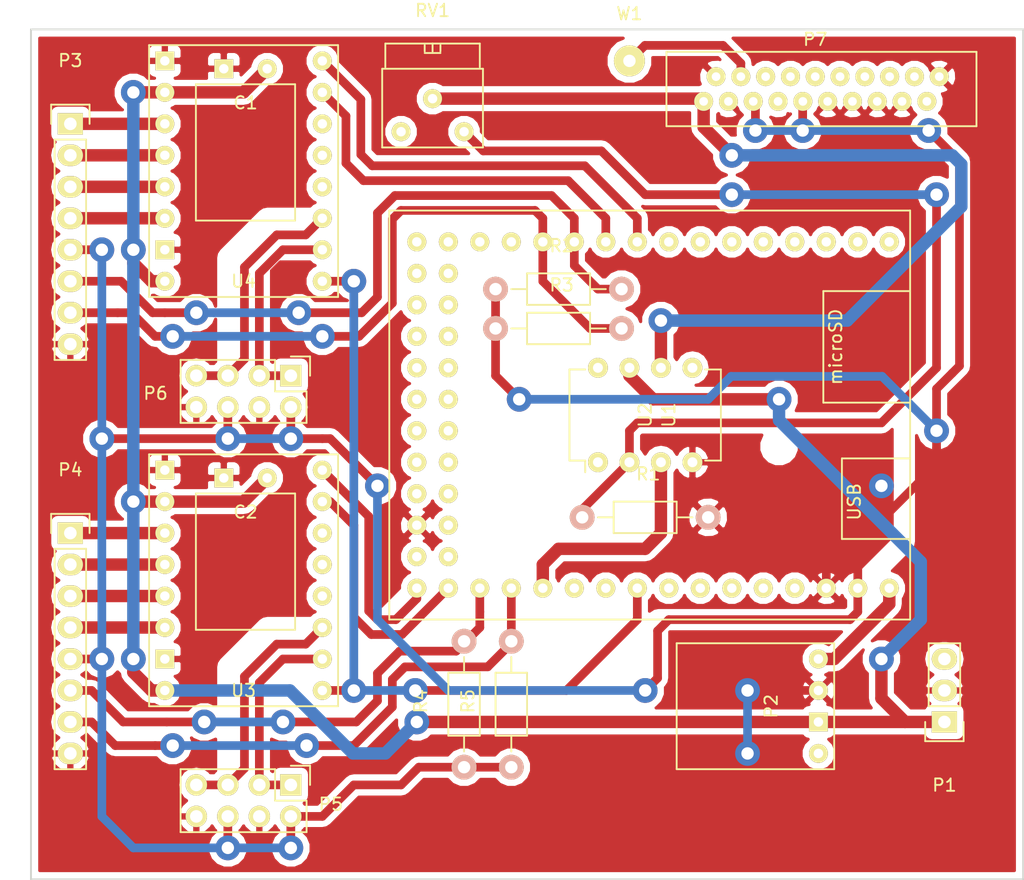
<source format=kicad_pcb>
(kicad_pcb (version 4) (host pcbnew 4.0.2+dfsg1-stable)

  (general
    (links 90)
    (no_connects 13)
    (area 86.284999 88.824999 166.445001 157.555001)
    (thickness 1.6)
    (drawings 4)
    (tracks 286)
    (zones 0)
    (modules 20)
    (nets 36)
  )

  (page A4)
  (layers
    (0 F.Cu signal)
    (31 B.Cu signal)
    (32 B.Adhes user)
    (33 F.Adhes user)
    (34 B.Paste user)
    (35 F.Paste user)
    (36 B.SilkS user)
    (37 F.SilkS user)
    (38 B.Mask user)
    (39 F.Mask user)
    (40 Dwgs.User user)
    (41 Cmts.User user)
    (42 Eco1.User user)
    (43 Eco2.User user)
    (44 Edge.Cuts user)
    (45 Margin user)
    (46 B.CrtYd user)
    (47 F.CrtYd user)
    (48 B.Fab user)
    (49 F.Fab user)
  )

  (setup
    (last_trace_width 0.7)
    (trace_clearance 0.5)
    (zone_clearance 0.508)
    (zone_45_only no)
    (trace_min 0.2)
    (segment_width 0.2)
    (edge_width 0.15)
    (via_size 2)
    (via_drill 1)
    (via_min_size 0.4)
    (via_min_drill 0.3)
    (uvia_size 0.3)
    (uvia_drill 0.1)
    (uvias_allowed no)
    (uvia_min_size 0.2)
    (uvia_min_drill 0.1)
    (pcb_text_width 0.3)
    (pcb_text_size 1.5 1.5)
    (mod_edge_width 0.15)
    (mod_text_size 1 1)
    (mod_text_width 0.15)
    (pad_size 1.524 1.524)
    (pad_drill 0.762)
    (pad_to_mask_clearance 0.2)
    (aux_axis_origin 0 0)
    (visible_elements FFFFEF7F)
    (pcbplotparams
      (layerselection 0x00030_80000001)
      (usegerberextensions false)
      (excludeedgelayer true)
      (linewidth 0.100000)
      (plotframeref false)
      (viasonmask false)
      (mode 1)
      (useauxorigin false)
      (hpglpennumber 1)
      (hpglpenspeed 20)
      (hpglpendiameter 15)
      (hpglpenoverlay 2)
      (psnegative false)
      (psa4output false)
      (plotreference true)
      (plotvalue true)
      (plotinvisibletext false)
      (padsonsilk false)
      (subtractmaskfromsilk false)
      (outputformat 1)
      (mirror false)
      (drillshape 1)
      (scaleselection 1)
      (outputdirectory ""))
  )

  (net 0 "")
  (net 1 VCC)
  (net 2 GND)
  (net 3 "Net-(P5-Pad1)")
  (net 4 "Net-(P5-Pad5)")
  (net 5 /DRIVE)
  (net 6 /SICL)
  (net 7 /SIBK)
  (net 8 /CK)
  (net 9 /LAT)
  (net 10 +3V3)
  (net 11 /CH)
  (net 12 /NCHG)
  (net 13 "Net-(R1-Pad1)")
  (net 14 /DAC_OUT)
  (net 15 /DIR_Y)
  (net 16 /STEP_Y)
  (net 17 /DIR_X)
  (net 18 /STEP_X)
  (net 19 +5V)
  (net 20 "Net-(P6-Pad1)")
  (net 21 "Net-(P6-Pad5)")
  (net 22 /Y_1B)
  (net 23 /Y_1A)
  (net 24 /Y_2A)
  (net 25 /Y_2B)
  (net 26 /END_Y_MAX)
  (net 27 /END_Y_MIN)
  (net 28 /X_1B)
  (net 29 /X_1A)
  (net 30 /X_2A)
  (net 31 /X_2B)
  (net 32 /END_X_MAX)
  (net 33 /END_X_MIN)
  (net 34 "Net-(P7-Pad17)")
  (net 35 /STEP_ENA)

  (net_class Default "This is the default net class."
    (clearance 0.5)
    (trace_width 0.7)
    (via_dia 2)
    (via_drill 1)
    (uvia_dia 0.3)
    (uvia_drill 0.1)
    (add_net GND)
    (add_net "Net-(P5-Pad1)")
    (add_net "Net-(P5-Pad5)")
    (add_net "Net-(P6-Pad1)")
    (add_net "Net-(P6-Pad5)")
    (add_net "Net-(P7-Pad17)")
    (add_net "Net-(R1-Pad1)")
  )

  (net_class HV ""
    (clearance 0.5)
    (trace_width 1)
    (via_dia 2)
    (via_drill 1)
    (uvia_dia 0.3)
    (uvia_drill 0.1)
    (add_net +5V)
    (add_net /DAC_OUT)
    (add_net /DRIVE)
    (add_net /X_1A)
    (add_net /X_1B)
    (add_net /X_2A)
    (add_net /X_2B)
    (add_net /Y_1A)
    (add_net /Y_1B)
    (add_net /Y_2A)
    (add_net /Y_2B)
    (add_net VCC)
  )

  (net_class LV ""
    (clearance 0.5)
    (trace_width 0.7)
    (via_dia 2)
    (via_drill 1)
    (uvia_dia 0.3)
    (uvia_drill 0.1)
    (add_net +3V3)
    (add_net /CH)
    (add_net /CK)
    (add_net /DIR_X)
    (add_net /DIR_Y)
    (add_net /END_X_MAX)
    (add_net /END_X_MIN)
    (add_net /END_Y_MAX)
    (add_net /END_Y_MIN)
    (add_net /LAT)
    (add_net /NCHG)
    (add_net /SIBK)
    (add_net /SICL)
    (add_net /STEP_ENA)
    (add_net /STEP_X)
    (add_net /STEP_Y)
  )

  (module custom:Pyboard (layer F.Cu) (tedit 5AE1DCED) (tstamp 5AE1E71A)
    (at 135.255 120.015 270)
    (path /5ACFE5D3)
    (fp_text reference U1 (at 0 -2.54 270) (layer F.SilkS)
      (effects (font (size 1 1) (thickness 0.15)))
    )
    (fp_text value pyboard (at -8.89 12.7 270) (layer F.Fab)
      (effects (font (size 1 1) (thickness 0.15)))
    )
    (fp_text user microSD (at -5.5 -16 270) (layer F.SilkS)
      (effects (font (size 1 1) (thickness 0.15)))
    )
    (fp_text user USB (at 7 -17.5 270) (layer F.SilkS)
      (effects (font (size 1 1) (thickness 0.15)))
    )
    (fp_line (start 10 -16.5) (end 10 -22) (layer F.SilkS) (width 0.15))
    (fp_line (start 3.5 -16.5) (end 10 -16.5) (layer F.SilkS) (width 0.15))
    (fp_line (start 3.5 -22) (end 3.5 -16.5) (layer F.SilkS) (width 0.15))
    (fp_line (start -1 -15) (end -1 -22) (layer F.SilkS) (width 0.15))
    (fp_line (start -10 -15) (end -1 -15) (layer F.SilkS) (width 0.15))
    (fp_line (start -10 -22) (end -10 -15) (layer F.SilkS) (width 0.15))
    (fp_line (start -16.5 20) (end -16.5 -22) (layer F.SilkS) (width 0.15))
    (fp_line (start 16.5 20) (end -16.5 20) (layer F.SilkS) (width 0.15))
    (fp_line (start 16.5 -22) (end 16.5 20) (layer F.SilkS) (width 0.15))
    (fp_line (start -16.5 -22) (end 16.5 -22) (layer F.SilkS) (width 0.15))
    (pad 1 thru_hole circle (at 13.97 -20.32) (size 1.524 1.524) (drill 0.762) (layers *.Cu *.Mask F.SilkS)
      (net 19 +5V))
    (pad 2 thru_hole circle (at 13.97 -17.78) (size 1.524 1.524) (drill 0.762) (layers *.Cu *.Mask F.SilkS)
      (net 10 +3V3))
    (pad 3 thru_hole circle (at 13.97 -15.24) (size 1.524 1.524) (drill 0.762) (layers *.Cu *.Mask F.SilkS)
      (net 2 GND))
    (pad 4 thru_hole circle (at 13.97 -12.7) (size 1.524 1.524) (drill 0.762) (layers *.Cu *.Mask F.SilkS))
    (pad 5 thru_hole circle (at 13.97 -10.16) (size 1.524 1.524) (drill 0.762) (layers *.Cu *.Mask F.SilkS))
    (pad 6 thru_hole circle (at 13.97 -7.62) (size 1.524 1.524) (drill 0.762) (layers *.Cu *.Mask F.SilkS))
    (pad 7 thru_hole circle (at 13.97 -5.08) (size 1.524 1.524) (drill 0.762) (layers *.Cu *.Mask F.SilkS))
    (pad 8 thru_hole circle (at 13.97 -2.54) (size 1.524 1.524) (drill 0.762) (layers *.Cu *.Mask F.SilkS))
    (pad 9 thru_hole circle (at 13.97 0) (size 1.524 1.524) (drill 0.762) (layers *.Cu *.Mask F.SilkS)
      (net 35 /STEP_ENA))
    (pad 10 thru_hole circle (at 13.97 2.54) (size 1.524 1.524) (drill 0.762) (layers *.Cu *.Mask F.SilkS))
    (pad 11 thru_hole circle (at 13.97 5.08) (size 1.524 1.524) (drill 0.762) (layers *.Cu *.Mask F.SilkS))
    (pad 12 thru_hole circle (at 13.97 7.62) (size 1.524 1.524) (drill 0.762) (layers *.Cu *.Mask F.SilkS)
      (net 14 /DAC_OUT))
    (pad 13 thru_hole circle (at 13.97 10.16) (size 1.524 1.524) (drill 0.762) (layers *.Cu *.Mask F.SilkS)
      (net 33 /END_X_MIN))
    (pad 14 thru_hole circle (at 13.97 12.7) (size 1.524 1.524) (drill 0.762) (layers *.Cu *.Mask F.SilkS)
      (net 32 /END_X_MAX))
    (pad 15 thru_hole circle (at 13.97 15.24) (size 1.524 1.524) (drill 0.762) (layers *.Cu *.Mask F.SilkS)
      (net 18 /STEP_X))
    (pad 16 thru_hole circle (at 13.97 17.78) (size 1.524 1.524) (drill 0.762) (layers *.Cu *.Mask F.SilkS)
      (net 17 /DIR_X))
    (pad 17 thru_hole circle (at 11.43 17.78) (size 1.524 1.524) (drill 0.762) (layers *.Cu *.Mask F.SilkS))
    (pad 18 thru_hole circle (at 8.89 17.78) (size 1.524 1.524) (drill 0.762) (layers *.Cu *.Mask F.SilkS)
      (net 2 GND))
    (pad 19 thru_hole circle (at 6.35 17.78) (size 1.524 1.524) (drill 0.762) (layers *.Cu *.Mask F.SilkS))
    (pad 20 thru_hole circle (at 3.81 17.78) (size 1.524 1.524) (drill 0.762) (layers *.Cu *.Mask F.SilkS))
    (pad 21 thru_hole circle (at 1.27 17.78) (size 1.524 1.524) (drill 0.762) (layers *.Cu *.Mask F.SilkS))
    (pad 22 thru_hole circle (at -1.27 17.78) (size 1.524 1.524) (drill 0.762) (layers *.Cu *.Mask F.SilkS))
    (pad 23 thru_hole circle (at -3.81 17.78) (size 1.524 1.524) (drill 0.762) (layers *.Cu *.Mask F.SilkS))
    (pad 24 thru_hole circle (at -6.35 17.78) (size 1.524 1.524) (drill 0.762) (layers *.Cu *.Mask F.SilkS))
    (pad 25 thru_hole circle (at -8.89 17.78) (size 1.524 1.524) (drill 0.762) (layers *.Cu *.Mask F.SilkS))
    (pad 26 thru_hole circle (at -11.43 17.78) (size 1.524 1.524) (drill 0.762) (layers *.Cu *.Mask F.SilkS))
    (pad 27 thru_hole circle (at -13.97 17.78) (size 1.524 1.524) (drill 0.762) (layers *.Cu *.Mask F.SilkS))
    (pad 28 thru_hole circle (at -13.97 15.24) (size 1.524 1.524) (drill 0.762) (layers *.Cu *.Mask F.SilkS))
    (pad 29 thru_hole circle (at -13.97 12.7) (size 1.524 1.524) (drill 0.762) (layers *.Cu *.Mask F.SilkS))
    (pad 30 thru_hole circle (at -13.97 10.16) (size 1.524 1.524) (drill 0.762) (layers *.Cu *.Mask F.SilkS))
    (pad 31 thru_hole circle (at -13.97 7.62) (size 1.524 1.524) (drill 0.762) (layers *.Cu *.Mask F.SilkS)
      (net 27 /END_Y_MIN))
    (pad 32 thru_hole circle (at -13.97 5.08) (size 1.524 1.524) (drill 0.762) (layers *.Cu *.Mask F.SilkS)
      (net 26 /END_Y_MAX))
    (pad 33 thru_hole circle (at -13.97 2.54) (size 1.524 1.524) (drill 0.762) (layers *.Cu *.Mask F.SilkS)
      (net 16 /STEP_Y))
    (pad 34 thru_hole circle (at -13.97 0) (size 1.524 1.524) (drill 0.762) (layers *.Cu *.Mask F.SilkS)
      (net 15 /DIR_Y))
    (pad 35 thru_hole circle (at -13.97 -2.54) (size 1.524 1.524) (drill 0.762) (layers *.Cu *.Mask F.SilkS))
    (pad 36 thru_hole circle (at -13.97 -5.08) (size 1.524 1.524) (drill 0.762) (layers *.Cu *.Mask F.SilkS))
    (pad 37 thru_hole circle (at -13.97 -7.62) (size 1.524 1.524) (drill 0.762) (layers *.Cu *.Mask F.SilkS)
      (net 12 /NCHG))
    (pad 38 thru_hole circle (at -13.97 -10.16) (size 1.524 1.524) (drill 0.762) (layers *.Cu *.Mask F.SilkS)
      (net 11 /CH))
    (pad 39 thru_hole circle (at -13.97 -12.7) (size 1.524 1.524) (drill 0.762) (layers *.Cu *.Mask F.SilkS)
      (net 9 /LAT))
    (pad 40 thru_hole circle (at -13.97 -15.24) (size 1.524 1.524) (drill 0.762) (layers *.Cu *.Mask F.SilkS)
      (net 8 /CK))
    (pad 41 thru_hole circle (at -13.97 -17.78) (size 1.524 1.524) (drill 0.762) (layers *.Cu *.Mask F.SilkS)
      (net 7 /SIBK))
    (pad 42 thru_hole circle (at -13.97 -20.32) (size 1.524 1.524) (drill 0.762) (layers *.Cu *.Mask F.SilkS)
      (net 6 /SICL))
    (pad 43 thru_hole circle (at -11.43 15.24) (size 1.524 1.524) (drill 0.762) (layers *.Cu *.Mask F.SilkS))
    (pad 44 thru_hole circle (at -8.89 15.24) (size 1.524 1.524) (drill 0.762) (layers *.Cu *.Mask F.SilkS))
    (pad 45 thru_hole circle (at -6.35 15.24) (size 1.524 1.524) (drill 0.762) (layers *.Cu *.Mask F.SilkS))
    (pad 46 thru_hole circle (at -3.81 15.24) (size 1.524 1.524) (drill 0.762) (layers *.Cu *.Mask F.SilkS))
    (pad 47 thru_hole circle (at -1.27 15.24) (size 1.524 1.524) (drill 0.762) (layers *.Cu *.Mask F.SilkS))
    (pad 48 thru_hole circle (at 1.27 15.24) (size 1.524 1.524) (drill 0.762) (layers *.Cu *.Mask F.SilkS))
    (pad 49 thru_hole circle (at 3.81 15.24) (size 1.524 1.524) (drill 0.762) (layers *.Cu *.Mask F.SilkS))
    (pad 50 thru_hole circle (at 6.35 15.24) (size 1.524 1.524) (drill 0.762) (layers *.Cu *.Mask F.SilkS))
    (pad 51 thru_hole circle (at 8.89 15.24) (size 1.524 1.524) (drill 0.762) (layers *.Cu *.Mask F.SilkS))
    (pad 52 thru_hole circle (at 11.43 15.24) (size 1.524 1.524) (drill 0.762) (layers *.Cu *.Mask F.SilkS))
  )

  (module custom:Polulu (layer F.Cu) (tedit 5AE70D45) (tstamp 5AE70EF0)
    (at 144.78 143.51 90)
    (path /5AE701C3)
    (fp_text reference P2 (at 0 1.27 90) (layer F.SilkS)
      (effects (font (size 1 1) (thickness 0.15)))
    )
    (fp_text value POLULU (at 0 -3.81 90) (layer F.Fab)
      (effects (font (size 1 1) (thickness 0.15)))
    )
    (fp_line (start -5.08 -6.35) (end -5.08 6.35) (layer F.SilkS) (width 0.15))
    (fp_line (start 5.08 -6.35) (end -5.08 -6.35) (layer F.SilkS) (width 0.15))
    (fp_line (start 5.08 6.35) (end 5.08 -6.35) (layer F.SilkS) (width 0.15))
    (fp_line (start -5.08 6.35) (end 5.08 6.35) (layer F.SilkS) (width 0.15))
    (pad 1 thru_hole circle (at -3.81 5.08 180) (size 1.524 1.524) (drill 0.762) (layers *.Cu *.Mask F.SilkS))
    (pad 2 thru_hole rect (at -1.27 5.08 180) (size 1.524 1.524) (drill 0.762) (layers *.Cu *.Mask F.SilkS)
      (net 1 VCC))
    (pad 3 thru_hole circle (at 1.27 5.08 180) (size 1.524 1.524) (drill 0.762) (layers *.Cu *.Mask F.SilkS)
      (net 2 GND))
    (pad 4 thru_hole circle (at 3.81 5.08 180) (size 1.524 1.524) (drill 0.762) (layers *.Cu *.Mask F.SilkS)
      (net 19 +5V))
  )

  (module Housings_DIP:DIP-8_W7.62mm (layer F.Cu) (tedit 54130A77) (tstamp 5AE1E726)
    (at 132.08 123.825 90)
    (descr "8-lead dip package, row spacing 7.62 mm (300 mils)")
    (tags "dil dip 2.54 300")
    (path /5AE1CE6E)
    (fp_text reference U2 (at 3.81 3.81 90) (layer F.SilkS)
      (effects (font (size 1 1) (thickness 0.15)))
    )
    (fp_text value TLE4121 (at 3.81 -3.72 90) (layer F.Fab)
      (effects (font (size 1 1) (thickness 0.15)))
    )
    (fp_line (start -1.05 -2.45) (end -1.05 10.1) (layer F.CrtYd) (width 0.05))
    (fp_line (start 8.65 -2.45) (end 8.65 10.1) (layer F.CrtYd) (width 0.05))
    (fp_line (start -1.05 -2.45) (end 8.65 -2.45) (layer F.CrtYd) (width 0.05))
    (fp_line (start -1.05 10.1) (end 8.65 10.1) (layer F.CrtYd) (width 0.05))
    (fp_line (start 0.135 -2.295) (end 0.135 -1.025) (layer F.SilkS) (width 0.15))
    (fp_line (start 7.485 -2.295) (end 7.485 -1.025) (layer F.SilkS) (width 0.15))
    (fp_line (start 7.485 9.915) (end 7.485 8.645) (layer F.SilkS) (width 0.15))
    (fp_line (start 0.135 9.915) (end 0.135 8.645) (layer F.SilkS) (width 0.15))
    (fp_line (start 0.135 -2.295) (end 7.485 -2.295) (layer F.SilkS) (width 0.15))
    (fp_line (start 0.135 9.915) (end 7.485 9.915) (layer F.SilkS) (width 0.15))
    (fp_line (start 0.135 -1.025) (end -0.8 -1.025) (layer F.SilkS) (width 0.15))
    (pad 1 thru_hole oval (at 0 0 90) (size 1.6 1.6) (drill 0.8) (layers *.Cu *.Mask F.SilkS))
    (pad 2 thru_hole oval (at 0 2.54 90) (size 1.6 1.6) (drill 0.8) (layers *.Cu *.Mask F.SilkS)
      (net 13 "Net-(R1-Pad1)"))
    (pad 3 thru_hole oval (at 0 5.08 90) (size 1.6 1.6) (drill 0.8) (layers *.Cu *.Mask F.SilkS)
      (net 14 /DAC_OUT))
    (pad 4 thru_hole oval (at 0 7.62 90) (size 1.6 1.6) (drill 0.8) (layers *.Cu *.Mask F.SilkS)
      (net 2 GND))
    (pad 5 thru_hole oval (at 7.62 7.62 90) (size 1.6 1.6) (drill 0.8) (layers *.Cu *.Mask F.SilkS))
    (pad 6 thru_hole oval (at 7.62 5.08 90) (size 1.6 1.6) (drill 0.8) (layers *.Cu *.Mask F.SilkS)
      (net 5 /DRIVE))
    (pad 7 thru_hole oval (at 7.62 2.54 90) (size 1.6 1.6) (drill 0.8) (layers *.Cu *.Mask F.SilkS)
      (net 1 VCC))
    (pad 8 thru_hole oval (at 7.62 0 90) (size 1.6 1.6) (drill 0.8) (layers *.Cu *.Mask F.SilkS))
    (model Housings_DIP.3dshapes/DIP-8_W7.62mm.wrl
      (at (xyz 0 0 0))
      (scale (xyz 1 1 1))
      (rotate (xyz 0 0 0))
    )
  )

  (module Wire_Pads:SolderWirePad_single_1mmDrill (layer F.Cu) (tedit 0) (tstamp 5AE1E75B)
    (at 134.62 91.44)
    (path /5AE1FFDD)
    (fp_text reference W1 (at 0 -3.81) (layer F.SilkS)
      (effects (font (size 1 1) (thickness 0.15)))
    )
    (fp_text value TEST_1P (at -1.905 3.175) (layer F.Fab)
      (effects (font (size 1 1) (thickness 0.15)))
    )
    (pad 1 thru_hole circle (at 0 0) (size 2.49936 2.49936) (drill 1.00076) (layers *.Cu *.Mask F.SilkS)
      (net 34 "Net-(P7-Pad17)"))
  )

  (module Pin_Headers:Pin_Header_Straight_1x03 (layer F.Cu) (tedit 0) (tstamp 5AE70A15)
    (at 160.02 144.78 180)
    (descr "Through hole pin header")
    (tags "pin header")
    (path /5AE6CF5F)
    (fp_text reference P1 (at 0 -5.1 180) (layer F.SilkS)
      (effects (font (size 1 1) (thickness 0.15)))
    )
    (fp_text value PWR_SUPPLY (at 0 -3.1 180) (layer F.Fab)
      (effects (font (size 1 1) (thickness 0.15)))
    )
    (fp_line (start -1.75 -1.75) (end -1.75 6.85) (layer F.CrtYd) (width 0.05))
    (fp_line (start 1.75 -1.75) (end 1.75 6.85) (layer F.CrtYd) (width 0.05))
    (fp_line (start -1.75 -1.75) (end 1.75 -1.75) (layer F.CrtYd) (width 0.05))
    (fp_line (start -1.75 6.85) (end 1.75 6.85) (layer F.CrtYd) (width 0.05))
    (fp_line (start -1.27 1.27) (end -1.27 6.35) (layer F.SilkS) (width 0.15))
    (fp_line (start -1.27 6.35) (end 1.27 6.35) (layer F.SilkS) (width 0.15))
    (fp_line (start 1.27 6.35) (end 1.27 1.27) (layer F.SilkS) (width 0.15))
    (fp_line (start 1.55 -1.55) (end 1.55 0) (layer F.SilkS) (width 0.15))
    (fp_line (start 1.27 1.27) (end -1.27 1.27) (layer F.SilkS) (width 0.15))
    (fp_line (start -1.55 0) (end -1.55 -1.55) (layer F.SilkS) (width 0.15))
    (fp_line (start -1.55 -1.55) (end 1.55 -1.55) (layer F.SilkS) (width 0.15))
    (pad 1 thru_hole rect (at 0 0 180) (size 2.032 1.7272) (drill 1.016) (layers *.Cu *.Mask F.SilkS)
      (net 1 VCC))
    (pad 2 thru_hole oval (at 0 2.54 180) (size 2.032 1.7272) (drill 1.016) (layers *.Cu *.Mask F.SilkS)
      (net 2 GND))
    (pad 3 thru_hole oval (at 0 5.08 180) (size 2.032 1.7272) (drill 1.016) (layers *.Cu *.Mask F.SilkS))
    (model Pin_Headers.3dshapes/Pin_Header_Straight_1x03.wrl
      (at (xyz 0 -0.1 0))
      (scale (xyz 1 1 1))
      (rotate (xyz 0 0 90))
    )
  )

  (module Pin_Headers:Pin_Header_Straight_2x04 (layer F.Cu) (tedit 0) (tstamp 5AE70C5D)
    (at 107.315 149.86 270)
    (descr "Through hole pin header")
    (tags "pin header")
    (path /5AE71BC9)
    (fp_text reference P5 (at 1.558876 -3.227306 360) (layer F.SilkS)
      (effects (font (size 1 1) (thickness 0.15)))
    )
    (fp_text value X_CFG (at -2.251124 3.757694 360) (layer F.Fab)
      (effects (font (size 1 1) (thickness 0.15)))
    )
    (fp_line (start -1.75 -1.75) (end -1.75 9.4) (layer F.CrtYd) (width 0.05))
    (fp_line (start 4.3 -1.75) (end 4.3 9.4) (layer F.CrtYd) (width 0.05))
    (fp_line (start -1.75 -1.75) (end 4.3 -1.75) (layer F.CrtYd) (width 0.05))
    (fp_line (start -1.75 9.4) (end 4.3 9.4) (layer F.CrtYd) (width 0.05))
    (fp_line (start -1.27 1.27) (end -1.27 8.89) (layer F.SilkS) (width 0.15))
    (fp_line (start -1.27 8.89) (end 3.81 8.89) (layer F.SilkS) (width 0.15))
    (fp_line (start 3.81 8.89) (end 3.81 -1.27) (layer F.SilkS) (width 0.15))
    (fp_line (start 3.81 -1.27) (end 1.27 -1.27) (layer F.SilkS) (width 0.15))
    (fp_line (start 0 -1.55) (end -1.55 -1.55) (layer F.SilkS) (width 0.15))
    (fp_line (start 1.27 -1.27) (end 1.27 1.27) (layer F.SilkS) (width 0.15))
    (fp_line (start 1.27 1.27) (end -1.27 1.27) (layer F.SilkS) (width 0.15))
    (fp_line (start -1.55 -1.55) (end -1.55 0) (layer F.SilkS) (width 0.15))
    (pad 1 thru_hole rect (at 0 0 270) (size 1.7272 1.7272) (drill 1.016) (layers *.Cu *.Mask F.SilkS)
      (net 3 "Net-(P5-Pad1)"))
    (pad 2 thru_hole oval (at 2.54 0 270) (size 1.7272 1.7272) (drill 1.016) (layers *.Cu *.Mask F.SilkS)
      (net 10 +3V3))
    (pad 3 thru_hole oval (at 0 2.54 270) (size 1.7272 1.7272) (drill 1.016) (layers *.Cu *.Mask F.SilkS)
      (net 3 "Net-(P5-Pad1)"))
    (pad 4 thru_hole oval (at 2.54 2.54 270) (size 1.7272 1.7272) (drill 1.016) (layers *.Cu *.Mask F.SilkS)
      (net 2 GND))
    (pad 5 thru_hole oval (at 0 5.08 270) (size 1.7272 1.7272) (drill 1.016) (layers *.Cu *.Mask F.SilkS)
      (net 4 "Net-(P5-Pad5)"))
    (pad 6 thru_hole oval (at 2.54 5.08 270) (size 1.7272 1.7272) (drill 1.016) (layers *.Cu *.Mask F.SilkS)
      (net 10 +3V3))
    (pad 7 thru_hole oval (at 0 7.62 270) (size 1.7272 1.7272) (drill 1.016) (layers *.Cu *.Mask F.SilkS)
      (net 4 "Net-(P5-Pad5)"))
    (pad 8 thru_hole oval (at 2.54 7.62 270) (size 1.7272 1.7272) (drill 1.016) (layers *.Cu *.Mask F.SilkS)
      (net 2 GND))
    (model Pin_Headers.3dshapes/Pin_Header_Straight_2x04.wrl
      (at (xyz 0.05 -0.15 0))
      (scale (xyz 1 1 1))
      (rotate (xyz 0 0 90))
    )
  )

  (module Pin_Headers:Pin_Header_Straight_2x04 (layer F.Cu) (tedit 0) (tstamp 5AE70C68)
    (at 107.315 116.84 270)
    (descr "Through hole pin header")
    (tags "pin header")
    (path /5AE72305)
    (fp_text reference P6 (at 1.429184 10.908794 360) (layer F.SilkS)
      (effects (font (size 1 1) (thickness 0.15)))
    )
    (fp_text value Y_CFG (at 5.08 3.923794 360) (layer F.Fab)
      (effects (font (size 1 1) (thickness 0.15)))
    )
    (fp_line (start -1.75 -1.75) (end -1.75 9.4) (layer F.CrtYd) (width 0.05))
    (fp_line (start 4.3 -1.75) (end 4.3 9.4) (layer F.CrtYd) (width 0.05))
    (fp_line (start -1.75 -1.75) (end 4.3 -1.75) (layer F.CrtYd) (width 0.05))
    (fp_line (start -1.75 9.4) (end 4.3 9.4) (layer F.CrtYd) (width 0.05))
    (fp_line (start -1.27 1.27) (end -1.27 8.89) (layer F.SilkS) (width 0.15))
    (fp_line (start -1.27 8.89) (end 3.81 8.89) (layer F.SilkS) (width 0.15))
    (fp_line (start 3.81 8.89) (end 3.81 -1.27) (layer F.SilkS) (width 0.15))
    (fp_line (start 3.81 -1.27) (end 1.27 -1.27) (layer F.SilkS) (width 0.15))
    (fp_line (start 0 -1.55) (end -1.55 -1.55) (layer F.SilkS) (width 0.15))
    (fp_line (start 1.27 -1.27) (end 1.27 1.27) (layer F.SilkS) (width 0.15))
    (fp_line (start 1.27 1.27) (end -1.27 1.27) (layer F.SilkS) (width 0.15))
    (fp_line (start -1.55 -1.55) (end -1.55 0) (layer F.SilkS) (width 0.15))
    (pad 1 thru_hole rect (at 0 0 270) (size 1.7272 1.7272) (drill 1.016) (layers *.Cu *.Mask F.SilkS)
      (net 20 "Net-(P6-Pad1)"))
    (pad 2 thru_hole oval (at 2.54 0 270) (size 1.7272 1.7272) (drill 1.016) (layers *.Cu *.Mask F.SilkS)
      (net 10 +3V3))
    (pad 3 thru_hole oval (at 0 2.54 270) (size 1.7272 1.7272) (drill 1.016) (layers *.Cu *.Mask F.SilkS)
      (net 20 "Net-(P6-Pad1)"))
    (pad 4 thru_hole oval (at 2.54 2.54 270) (size 1.7272 1.7272) (drill 1.016) (layers *.Cu *.Mask F.SilkS)
      (net 2 GND))
    (pad 5 thru_hole oval (at 0 5.08 270) (size 1.7272 1.7272) (drill 1.016) (layers *.Cu *.Mask F.SilkS)
      (net 21 "Net-(P6-Pad5)"))
    (pad 6 thru_hole oval (at 2.54 5.08 270) (size 1.7272 1.7272) (drill 1.016) (layers *.Cu *.Mask F.SilkS)
      (net 10 +3V3))
    (pad 7 thru_hole oval (at 0 7.62 270) (size 1.7272 1.7272) (drill 1.016) (layers *.Cu *.Mask F.SilkS)
      (net 21 "Net-(P6-Pad5)"))
    (pad 8 thru_hole oval (at 2.54 7.62 270) (size 1.7272 1.7272) (drill 1.016) (layers *.Cu *.Mask F.SilkS)
      (net 2 GND))
    (model Pin_Headers.3dshapes/Pin_Header_Straight_2x04.wrl
      (at (xyz 0.05 -0.15 0))
      (scale (xyz 1 1 1))
      (rotate (xyz 0 0 90))
    )
  )

  (module Pin_Headers:Pin_Header_Straight_1x08 (layer F.Cu) (tedit 0) (tstamp 5AE84399)
    (at 89.535 96.52)
    (descr "Through hole pin header")
    (tags "pin header")
    (path /5AE8815F)
    (fp_text reference P3 (at 0 -5.1) (layer F.SilkS)
      (effects (font (size 1 1) (thickness 0.15)))
    )
    (fp_text value CONN_STAGE_Y (at 0 -3.1) (layer F.Fab)
      (effects (font (size 1 1) (thickness 0.15)))
    )
    (fp_line (start -1.75 -1.75) (end -1.75 19.55) (layer F.CrtYd) (width 0.05))
    (fp_line (start 1.75 -1.75) (end 1.75 19.55) (layer F.CrtYd) (width 0.05))
    (fp_line (start -1.75 -1.75) (end 1.75 -1.75) (layer F.CrtYd) (width 0.05))
    (fp_line (start -1.75 19.55) (end 1.75 19.55) (layer F.CrtYd) (width 0.05))
    (fp_line (start 1.27 1.27) (end 1.27 19.05) (layer F.SilkS) (width 0.15))
    (fp_line (start 1.27 19.05) (end -1.27 19.05) (layer F.SilkS) (width 0.15))
    (fp_line (start -1.27 19.05) (end -1.27 1.27) (layer F.SilkS) (width 0.15))
    (fp_line (start 1.55 -1.55) (end 1.55 0) (layer F.SilkS) (width 0.15))
    (fp_line (start 1.27 1.27) (end -1.27 1.27) (layer F.SilkS) (width 0.15))
    (fp_line (start -1.55 0) (end -1.55 -1.55) (layer F.SilkS) (width 0.15))
    (fp_line (start -1.55 -1.55) (end 1.55 -1.55) (layer F.SilkS) (width 0.15))
    (pad 1 thru_hole rect (at 0 0) (size 2.032 1.7272) (drill 1.016) (layers *.Cu *.Mask F.SilkS)
      (net 22 /Y_1B))
    (pad 2 thru_hole oval (at 0 2.54) (size 2.032 1.7272) (drill 1.016) (layers *.Cu *.Mask F.SilkS)
      (net 23 /Y_1A))
    (pad 3 thru_hole oval (at 0 5.08) (size 2.032 1.7272) (drill 1.016) (layers *.Cu *.Mask F.SilkS)
      (net 24 /Y_2A))
    (pad 4 thru_hole oval (at 0 7.62) (size 2.032 1.7272) (drill 1.016) (layers *.Cu *.Mask F.SilkS)
      (net 25 /Y_2B))
    (pad 5 thru_hole oval (at 0 10.16) (size 2.032 1.7272) (drill 1.016) (layers *.Cu *.Mask F.SilkS)
      (net 10 +3V3))
    (pad 6 thru_hole oval (at 0 12.7) (size 2.032 1.7272) (drill 1.016) (layers *.Cu *.Mask F.SilkS)
      (net 26 /END_Y_MAX))
    (pad 7 thru_hole oval (at 0 15.24) (size 2.032 1.7272) (drill 1.016) (layers *.Cu *.Mask F.SilkS)
      (net 27 /END_Y_MIN))
    (pad 8 thru_hole oval (at 0 17.78) (size 2.032 1.7272) (drill 1.016) (layers *.Cu *.Mask F.SilkS)
      (net 2 GND))
    (model Pin_Headers.3dshapes/Pin_Header_Straight_1x08.wrl
      (at (xyz 0 -0.35 0))
      (scale (xyz 1 1 1))
      (rotate (xyz 0 0 90))
    )
  )

  (module Pin_Headers:Pin_Header_Straight_1x08 (layer F.Cu) (tedit 0) (tstamp 5AE843AF)
    (at 89.535 129.54)
    (descr "Through hole pin header")
    (tags "pin header")
    (path /5AE867A2)
    (fp_text reference P4 (at 0 -5.1) (layer F.SilkS)
      (effects (font (size 1 1) (thickness 0.15)))
    )
    (fp_text value CONN_STAGE_X (at 0 -3.1) (layer F.Fab)
      (effects (font (size 1 1) (thickness 0.15)))
    )
    (fp_line (start -1.75 -1.75) (end -1.75 19.55) (layer F.CrtYd) (width 0.05))
    (fp_line (start 1.75 -1.75) (end 1.75 19.55) (layer F.CrtYd) (width 0.05))
    (fp_line (start -1.75 -1.75) (end 1.75 -1.75) (layer F.CrtYd) (width 0.05))
    (fp_line (start -1.75 19.55) (end 1.75 19.55) (layer F.CrtYd) (width 0.05))
    (fp_line (start 1.27 1.27) (end 1.27 19.05) (layer F.SilkS) (width 0.15))
    (fp_line (start 1.27 19.05) (end -1.27 19.05) (layer F.SilkS) (width 0.15))
    (fp_line (start -1.27 19.05) (end -1.27 1.27) (layer F.SilkS) (width 0.15))
    (fp_line (start 1.55 -1.55) (end 1.55 0) (layer F.SilkS) (width 0.15))
    (fp_line (start 1.27 1.27) (end -1.27 1.27) (layer F.SilkS) (width 0.15))
    (fp_line (start -1.55 0) (end -1.55 -1.55) (layer F.SilkS) (width 0.15))
    (fp_line (start -1.55 -1.55) (end 1.55 -1.55) (layer F.SilkS) (width 0.15))
    (pad 1 thru_hole rect (at 0 0) (size 2.032 1.7272) (drill 1.016) (layers *.Cu *.Mask F.SilkS)
      (net 28 /X_1B))
    (pad 2 thru_hole oval (at 0 2.54) (size 2.032 1.7272) (drill 1.016) (layers *.Cu *.Mask F.SilkS)
      (net 29 /X_1A))
    (pad 3 thru_hole oval (at 0 5.08) (size 2.032 1.7272) (drill 1.016) (layers *.Cu *.Mask F.SilkS)
      (net 30 /X_2A))
    (pad 4 thru_hole oval (at 0 7.62) (size 2.032 1.7272) (drill 1.016) (layers *.Cu *.Mask F.SilkS)
      (net 31 /X_2B))
    (pad 5 thru_hole oval (at 0 10.16) (size 2.032 1.7272) (drill 1.016) (layers *.Cu *.Mask F.SilkS)
      (net 10 +3V3))
    (pad 6 thru_hole oval (at 0 12.7) (size 2.032 1.7272) (drill 1.016) (layers *.Cu *.Mask F.SilkS)
      (net 32 /END_X_MAX))
    (pad 7 thru_hole oval (at 0 15.24) (size 2.032 1.7272) (drill 1.016) (layers *.Cu *.Mask F.SilkS)
      (net 33 /END_X_MIN))
    (pad 8 thru_hole oval (at 0 17.78) (size 2.032 1.7272) (drill 1.016) (layers *.Cu *.Mask F.SilkS)
      (net 2 GND))
    (model Pin_Headers.3dshapes/Pin_Header_Straight_1x08.wrl
      (at (xyz 0 -0.35 0))
      (scale (xyz 1 1 1))
      (rotate (xyz 0 0 90))
    )
  )

  (module custom:52030-2029 (layer F.Cu) (tedit 5AE8366E) (tstamp 5AE843E0)
    (at 150.105 92.71 180)
    (path /5AE862C6)
    (fp_text reference P7 (at 0.5 3 180) (layer F.SilkS)
      (effects (font (size 1 1) (thickness 0.15)))
    )
    (fp_text value Printhead_FFC (at -0.5 -5 180) (layer F.Fab)
      (effects (font (size 1 1) (thickness 0.15)))
    )
    (fp_line (start -12.5 -4) (end -12.5 2) (layer F.SilkS) (width 0.15))
    (fp_line (start 12.5 -4) (end -12.5 -4) (layer F.SilkS) (width 0.15))
    (fp_line (start 12.5 2) (end 12.5 -4) (layer F.SilkS) (width 0.15))
    (fp_line (start -12.5 2) (end 12.5 2) (layer F.SilkS) (width 0.15))
    (pad 1 thru_hole circle (at -9.5 0 180) (size 1.524 1.524) (drill 0.7) (layers *.Cu *.Mask F.SilkS)
      (net 2 GND))
    (pad 2 thru_hole circle (at -8.5 -2 180) (size 1.524 1.524) (drill 0.7) (layers *.Cu *.Mask F.SilkS)
      (net 5 /DRIVE))
    (pad 3 thru_hole circle (at -7.5 0 180) (size 1.524 1.524) (drill 0.7) (layers *.Cu *.Mask F.SilkS)
      (net 1 VCC))
    (pad 4 thru_hole circle (at -6.5 -2 180) (size 1.524 1.524) (drill 0.7) (layers *.Cu *.Mask F.SilkS)
      (net 2 GND))
    (pad 5 thru_hole circle (at -5.5 0 180) (size 1.524 1.524) (drill 0.7) (layers *.Cu *.Mask F.SilkS)
      (net 6 /SICL))
    (pad 6 thru_hole circle (at -4.5 -2 180) (size 1.524 1.524) (drill 0.7) (layers *.Cu *.Mask F.SilkS)
      (net 2 GND))
    (pad 7 thru_hole circle (at -3.5 0 180) (size 1.524 1.524) (drill 0.7) (layers *.Cu *.Mask F.SilkS)
      (net 7 /SIBK))
    (pad 8 thru_hole circle (at -2.5 -2 180) (size 1.524 1.524) (drill 0.7) (layers *.Cu *.Mask F.SilkS)
      (net 2 GND))
    (pad 9 thru_hole circle (at -1.5 0 180) (size 1.524 1.524) (drill 0.7) (layers *.Cu *.Mask F.SilkS)
      (net 8 /CK))
    (pad 10 thru_hole circle (at -0.5 -2 180) (size 1.524 1.524) (drill 0.7) (layers *.Cu *.Mask F.SilkS)
      (net 2 GND))
    (pad 11 thru_hole circle (at 0.5 0 180) (size 1.524 1.524) (drill 0.7) (layers *.Cu *.Mask F.SilkS)
      (net 9 /LAT))
    (pad 12 thru_hole circle (at 1.5 -2 180) (size 1.524 1.524) (drill 0.7) (layers *.Cu *.Mask F.SilkS)
      (net 10 +3V3))
    (pad 13 thru_hole circle (at 2.5 0 180) (size 1.524 1.524) (drill 0.7) (layers *.Cu *.Mask F.SilkS)
      (net 11 /CH))
    (pad 14 thru_hole circle (at 3.5 -2 180) (size 1.524 1.524) (drill 0.7) (layers *.Cu *.Mask F.SilkS)
      (net 2 GND))
    (pad 15 thru_hole circle (at 4.5 0 180) (size 1.524 1.524) (drill 0.7) (layers *.Cu *.Mask F.SilkS)
      (net 12 /NCHG))
    (pad 16 thru_hole circle (at 5.5 -2 180) (size 1.524 1.524) (drill 0.7) (layers *.Cu *.Mask F.SilkS)
      (net 10 +3V3))
    (pad 17 thru_hole circle (at 6.5 0 180) (size 1.524 1.524) (drill 0.7) (layers *.Cu *.Mask F.SilkS)
      (net 34 "Net-(P7-Pad17)"))
    (pad 18 thru_hole circle (at 7.5 -2 180) (size 1.524 1.524) (drill 0.7) (layers *.Cu *.Mask F.SilkS)
      (net 2 GND))
    (pad 19 thru_hole circle (at 8.5 0 180) (size 1.524 1.524) (drill 0.7) (layers *.Cu *.Mask F.SilkS)
      (net 2 GND))
    (pad 20 thru_hole circle (at 9.5 -2 180) (size 1.524 1.524) (drill 0.7) (layers *.Cu *.Mask F.SilkS)
      (net 5 /DRIVE))
  )

  (module Potentiometers:Potentiometer_Bourns_3339W_Angular_ScrewFront (layer F.Cu) (tedit 54145349) (tstamp 5AE843E1)
    (at 121.285 97.155)
    (descr "5/16, Round, Trimming, Potentiometer, Bourns, 3339")
    (tags "5/16, Round, Trimming, Potentiometer, Bourns, 3339")
    (path /5AE6ECD7)
    (fp_text reference RV1 (at -2.54 -9.779) (layer F.SilkS)
      (effects (font (size 1 1) (thickness 0.15)))
    )
    (fp_text value POT (at -2.54 4.191) (layer F.Fab)
      (effects (font (size 1 1) (thickness 0.15)))
    )
    (fp_line (start -6.604 -5.08) (end -6.604 1.27) (layer F.SilkS) (width 0.15))
    (fp_line (start 1.524 -5.08) (end 1.524 1.27) (layer F.SilkS) (width 0.15))
    (fp_line (start -6.604 -5.08) (end 1.524 -5.08) (layer F.SilkS) (width 0.15))
    (fp_line (start -6.35 -7.112) (end -6.35 -5.207) (layer F.SilkS) (width 0.15))
    (fp_line (start 1.27 -7.112) (end 1.27 -5.207) (layer F.SilkS) (width 0.15))
    (fp_line (start -2.54 -6.35) (end -3.175 -6.35) (layer F.SilkS) (width 0.15))
    (fp_line (start -3.175 -6.477) (end -3.175 -6.985) (layer F.SilkS) (width 0.15))
    (fp_line (start -2.54 -7.112) (end -2.54 -6.477) (layer F.SilkS) (width 0.15))
    (fp_line (start -2.54 -6.35) (end -1.905 -6.35) (layer F.SilkS) (width 0.15))
    (fp_line (start -1.905 -6.477) (end -1.905 -6.985) (layer F.SilkS) (width 0.15))
    (fp_line (start -6.35 -7.112) (end 1.27 -7.112) (layer F.SilkS) (width 0.15))
    (fp_line (start -6.604 1.27) (end 1.524 1.27) (layer F.SilkS) (width 0.15))
    (pad 1 thru_hole circle (at 0 0) (size 1.524 1.524) (drill 0.762) (layers *.Cu *.Mask F.SilkS)
      (net 13 "Net-(R1-Pad1)"))
    (pad 2 thru_hole circle (at -2.54 -2.667) (size 1.524 1.524) (drill 0.762) (layers *.Cu *.Mask F.SilkS)
      (net 5 /DRIVE))
    (pad 3 thru_hole circle (at -5.08 0) (size 1.524 1.524) (drill 0.762) (layers *.Cu *.Mask F.SilkS))
    (model Potentiometers.3dshapes/Potentiometer_Bourns_3339W_Angular_ScrewFront.wrl
      (at (xyz 0 0 0))
      (scale (xyz 1 1 1))
      (rotate (xyz 0 0 0))
    )
  )

  (module custom:Capacitor_D8_L11.5 (layer F.Cu) (tedit 5AE853CA) (tstamp 5AE928B9)
    (at 103.66 92.075)
    (path /5AE88D81)
    (fp_text reference C1 (at 0 2.75) (layer F.SilkS)
      (effects (font (size 1 1) (thickness 0.15)))
    )
    (fp_text value 100uF (at 5 6 90) (layer F.Fab)
      (effects (font (size 1 1) (thickness 0.15)))
    )
    (fp_line (start 4 12.25) (end 4 1.25) (layer F.SilkS) (width 0.15))
    (fp_line (start -4 12.25) (end 4 12.25) (layer F.SilkS) (width 0.15))
    (fp_line (start -4 1.25) (end -4 12.25) (layer F.SilkS) (width 0.15))
    (fp_line (start 4 1.25) (end -4 1.25) (layer F.SilkS) (width 0.15))
    (pad 1 thru_hole rect (at -1.75 0) (size 1.524 1.524) (drill 0.762) (layers *.Cu *.Mask F.SilkS)
      (net 2 GND))
    (pad 2 thru_hole circle (at 1.75 0) (size 1.524 1.524) (drill 0.762) (layers *.Cu *.Mask F.SilkS)
      (net 1 VCC))
  )

  (module custom:Capacitor_D8_L11.5 (layer F.Cu) (tedit 5AE853CA) (tstamp 5AE928C2)
    (at 103.66 125.095)
    (path /5AE89111)
    (fp_text reference C2 (at 0 2.75) (layer F.SilkS)
      (effects (font (size 1 1) (thickness 0.15)))
    )
    (fp_text value 100uF (at 5 6 90) (layer F.Fab)
      (effects (font (size 1 1) (thickness 0.15)))
    )
    (fp_line (start 4 12.25) (end 4 1.25) (layer F.SilkS) (width 0.15))
    (fp_line (start -4 12.25) (end 4 12.25) (layer F.SilkS) (width 0.15))
    (fp_line (start -4 1.25) (end -4 12.25) (layer F.SilkS) (width 0.15))
    (fp_line (start 4 1.25) (end -4 1.25) (layer F.SilkS) (width 0.15))
    (pad 1 thru_hole rect (at -1.75 0) (size 1.524 1.524) (drill 0.762) (layers *.Cu *.Mask F.SilkS)
      (net 2 GND))
    (pad 2 thru_hole circle (at 1.75 0) (size 1.524 1.524) (drill 0.762) (layers *.Cu *.Mask F.SilkS)
      (net 1 VCC))
  )

  (module custom:Resistor_Horizontal_RM10mm (layer F.Cu) (tedit 56648415) (tstamp 5AE86E4D)
    (at 123.825 109.855)
    (descr "Resistor, Axial,  RM 10mm, 1/3W")
    (tags "Resistor Axial RM 10mm 1/3W")
    (path /5AE8645A)
    (fp_text reference R2 (at 5.32892 -3.50012) (layer F.SilkS)
      (effects (font (size 1 1) (thickness 0.15)))
    )
    (fp_text value 100K (at 5.08 3.81) (layer F.Fab)
      (effects (font (size 1 1) (thickness 0.15)))
    )
    (fp_line (start -1.25 -1.5) (end 11.4 -1.5) (layer F.CrtYd) (width 0.05))
    (fp_line (start -1.25 1.5) (end -1.25 -1.5) (layer F.CrtYd) (width 0.05))
    (fp_line (start 11.4 -1.5) (end 11.4 1.5) (layer F.CrtYd) (width 0.05))
    (fp_line (start -1.25 1.5) (end 11.4 1.5) (layer F.CrtYd) (width 0.05))
    (fp_line (start 2.54 -1.27) (end 7.62 -1.27) (layer F.SilkS) (width 0.15))
    (fp_line (start 7.62 -1.27) (end 7.62 1.27) (layer F.SilkS) (width 0.15))
    (fp_line (start 7.62 1.27) (end 2.54 1.27) (layer F.SilkS) (width 0.15))
    (fp_line (start 2.54 1.27) (end 2.54 -1.27) (layer F.SilkS) (width 0.15))
    (fp_line (start 2.54 0) (end 1.27 0) (layer F.SilkS) (width 0.15))
    (fp_line (start 7.62 0) (end 8.89 0) (layer F.SilkS) (width 0.15))
    (pad 1 thru_hole circle (at 0 0) (size 1.99898 1.99898) (drill 1.00076) (layers *.Cu *.SilkS *.Mask)
      (net 10 +3V3))
    (pad 2 thru_hole circle (at 10.16 0) (size 1.99898 1.99898) (drill 1.00076) (layers *.Cu *.SilkS *.Mask)
      (net 26 /END_Y_MAX))
    (model Resistors_ThroughHole.3dshapes/Resistor_Horizontal_RM10mm.wrl
      (at (xyz 0.2 0 0))
      (scale (xyz 0.4 0.4 0.4))
      (rotate (xyz 0 0 0))
    )
  )

  (module custom:Resistor_Horizontal_RM10mm (layer F.Cu) (tedit 56648415) (tstamp 5AE86E52)
    (at 123.825 113.03)
    (descr "Resistor, Axial,  RM 10mm, 1/3W")
    (tags "Resistor Axial RM 10mm 1/3W")
    (path /5AE86D6A)
    (fp_text reference R3 (at 5.32892 -3.50012) (layer F.SilkS)
      (effects (font (size 1 1) (thickness 0.15)))
    )
    (fp_text value 100K (at 5.08 3.81) (layer F.Fab)
      (effects (font (size 1 1) (thickness 0.15)))
    )
    (fp_line (start -1.25 -1.5) (end 11.4 -1.5) (layer F.CrtYd) (width 0.05))
    (fp_line (start -1.25 1.5) (end -1.25 -1.5) (layer F.CrtYd) (width 0.05))
    (fp_line (start 11.4 -1.5) (end 11.4 1.5) (layer F.CrtYd) (width 0.05))
    (fp_line (start -1.25 1.5) (end 11.4 1.5) (layer F.CrtYd) (width 0.05))
    (fp_line (start 2.54 -1.27) (end 7.62 -1.27) (layer F.SilkS) (width 0.15))
    (fp_line (start 7.62 -1.27) (end 7.62 1.27) (layer F.SilkS) (width 0.15))
    (fp_line (start 7.62 1.27) (end 2.54 1.27) (layer F.SilkS) (width 0.15))
    (fp_line (start 2.54 1.27) (end 2.54 -1.27) (layer F.SilkS) (width 0.15))
    (fp_line (start 2.54 0) (end 1.27 0) (layer F.SilkS) (width 0.15))
    (fp_line (start 7.62 0) (end 8.89 0) (layer F.SilkS) (width 0.15))
    (pad 1 thru_hole circle (at 0 0) (size 1.99898 1.99898) (drill 1.00076) (layers *.Cu *.SilkS *.Mask)
      (net 10 +3V3))
    (pad 2 thru_hole circle (at 10.16 0) (size 1.99898 1.99898) (drill 1.00076) (layers *.Cu *.SilkS *.Mask)
      (net 27 /END_Y_MIN))
    (model Resistors_ThroughHole.3dshapes/Resistor_Horizontal_RM10mm.wrl
      (at (xyz 0.2 0 0))
      (scale (xyz 0.4 0.4 0.4))
      (rotate (xyz 0 0 0))
    )
  )

  (module custom:Resistor_Horizontal_RM10mm (layer F.Cu) (tedit 56648415) (tstamp 5AE86E57)
    (at 121.285 148.43 90)
    (descr "Resistor, Axial,  RM 10mm, 1/3W")
    (tags "Resistor Axial RM 10mm 1/3W")
    (path /5AE86DB2)
    (fp_text reference R4 (at 5.32892 -3.50012 90) (layer F.SilkS)
      (effects (font (size 1 1) (thickness 0.15)))
    )
    (fp_text value 100K (at 5.08 3.81 90) (layer F.Fab)
      (effects (font (size 1 1) (thickness 0.15)))
    )
    (fp_line (start -1.25 -1.5) (end 11.4 -1.5) (layer F.CrtYd) (width 0.05))
    (fp_line (start -1.25 1.5) (end -1.25 -1.5) (layer F.CrtYd) (width 0.05))
    (fp_line (start 11.4 -1.5) (end 11.4 1.5) (layer F.CrtYd) (width 0.05))
    (fp_line (start -1.25 1.5) (end 11.4 1.5) (layer F.CrtYd) (width 0.05))
    (fp_line (start 2.54 -1.27) (end 7.62 -1.27) (layer F.SilkS) (width 0.15))
    (fp_line (start 7.62 -1.27) (end 7.62 1.27) (layer F.SilkS) (width 0.15))
    (fp_line (start 7.62 1.27) (end 2.54 1.27) (layer F.SilkS) (width 0.15))
    (fp_line (start 2.54 1.27) (end 2.54 -1.27) (layer F.SilkS) (width 0.15))
    (fp_line (start 2.54 0) (end 1.27 0) (layer F.SilkS) (width 0.15))
    (fp_line (start 7.62 0) (end 8.89 0) (layer F.SilkS) (width 0.15))
    (pad 1 thru_hole circle (at 0 0 90) (size 1.99898 1.99898) (drill 1.00076) (layers *.Cu *.SilkS *.Mask)
      (net 10 +3V3))
    (pad 2 thru_hole circle (at 10.16 0 90) (size 1.99898 1.99898) (drill 1.00076) (layers *.Cu *.SilkS *.Mask)
      (net 32 /END_X_MAX))
    (model Resistors_ThroughHole.3dshapes/Resistor_Horizontal_RM10mm.wrl
      (at (xyz 0.2 0 0))
      (scale (xyz 0.4 0.4 0.4))
      (rotate (xyz 0 0 0))
    )
  )

  (module custom:Resistor_Horizontal_RM10mm (layer F.Cu) (tedit 56648415) (tstamp 5AE86E5C)
    (at 125.095 148.43 90)
    (descr "Resistor, Axial,  RM 10mm, 1/3W")
    (tags "Resistor Axial RM 10mm 1/3W")
    (path /5AE86E01)
    (fp_text reference R5 (at 5.32892 -3.50012 90) (layer F.SilkS)
      (effects (font (size 1 1) (thickness 0.15)))
    )
    (fp_text value 100K (at 5.08 3.81 90) (layer F.Fab)
      (effects (font (size 1 1) (thickness 0.15)))
    )
    (fp_line (start -1.25 -1.5) (end 11.4 -1.5) (layer F.CrtYd) (width 0.05))
    (fp_line (start -1.25 1.5) (end -1.25 -1.5) (layer F.CrtYd) (width 0.05))
    (fp_line (start 11.4 -1.5) (end 11.4 1.5) (layer F.CrtYd) (width 0.05))
    (fp_line (start -1.25 1.5) (end 11.4 1.5) (layer F.CrtYd) (width 0.05))
    (fp_line (start 2.54 -1.27) (end 7.62 -1.27) (layer F.SilkS) (width 0.15))
    (fp_line (start 7.62 -1.27) (end 7.62 1.27) (layer F.SilkS) (width 0.15))
    (fp_line (start 7.62 1.27) (end 2.54 1.27) (layer F.SilkS) (width 0.15))
    (fp_line (start 2.54 1.27) (end 2.54 -1.27) (layer F.SilkS) (width 0.15))
    (fp_line (start 2.54 0) (end 1.27 0) (layer F.SilkS) (width 0.15))
    (fp_line (start 7.62 0) (end 8.89 0) (layer F.SilkS) (width 0.15))
    (pad 1 thru_hole circle (at 0 0 90) (size 1.99898 1.99898) (drill 1.00076) (layers *.Cu *.SilkS *.Mask)
      (net 10 +3V3))
    (pad 2 thru_hole circle (at 10.16 0 90) (size 1.99898 1.99898) (drill 1.00076) (layers *.Cu *.SilkS *.Mask)
      (net 33 /END_X_MIN))
    (model Resistors_ThroughHole.3dshapes/Resistor_Horizontal_RM10mm.wrl
      (at (xyz 0.2 0 0))
      (scale (xyz 0.4 0.4 0.4))
      (rotate (xyz 0 0 0))
    )
  )

  (module custom:Resistor_Horizontal_RM10mm (layer F.Cu) (tedit 56648415) (tstamp 5AE86EB3)
    (at 130.81 128.27)
    (descr "Resistor, Axial,  RM 10mm, 1/3W")
    (tags "Resistor Axial RM 10mm 1/3W")
    (path /5AE207C6)
    (fp_text reference R1 (at 5.32892 -3.50012) (layer F.SilkS)
      (effects (font (size 1 1) (thickness 0.15)))
    )
    (fp_text value 12K (at 5.08 3.81) (layer F.Fab)
      (effects (font (size 1 1) (thickness 0.15)))
    )
    (fp_line (start -1.25 -1.5) (end 11.4 -1.5) (layer F.CrtYd) (width 0.05))
    (fp_line (start -1.25 1.5) (end -1.25 -1.5) (layer F.CrtYd) (width 0.05))
    (fp_line (start 11.4 -1.5) (end 11.4 1.5) (layer F.CrtYd) (width 0.05))
    (fp_line (start -1.25 1.5) (end 11.4 1.5) (layer F.CrtYd) (width 0.05))
    (fp_line (start 2.54 -1.27) (end 7.62 -1.27) (layer F.SilkS) (width 0.15))
    (fp_line (start 7.62 -1.27) (end 7.62 1.27) (layer F.SilkS) (width 0.15))
    (fp_line (start 7.62 1.27) (end 2.54 1.27) (layer F.SilkS) (width 0.15))
    (fp_line (start 2.54 1.27) (end 2.54 -1.27) (layer F.SilkS) (width 0.15))
    (fp_line (start 2.54 0) (end 1.27 0) (layer F.SilkS) (width 0.15))
    (fp_line (start 7.62 0) (end 8.89 0) (layer F.SilkS) (width 0.15))
    (pad 1 thru_hole circle (at 0 0) (size 1.99898 1.99898) (drill 1.00076) (layers *.Cu *.SilkS *.Mask)
      (net 13 "Net-(R1-Pad1)"))
    (pad 2 thru_hole circle (at 10.16 0) (size 1.99898 1.99898) (drill 1.00076) (layers *.Cu *.SilkS *.Mask)
      (net 2 GND))
    (model Resistors_ThroughHole.3dshapes/Resistor_Horizontal_RM10mm.wrl
      (at (xyz 0.2 0 0))
      (scale (xyz 0.4 0.4 0.4))
      (rotate (xyz 0 0 0))
    )
  )

  (module custom:TMC2100 (layer F.Cu) (tedit 5AE7068F) (tstamp 5AE70943)
    (at 103.505 100.33)
    (path /5AE6E1ED)
    (fp_text reference U4 (at 0 8.89) (layer F.SilkS)
      (effects (font (size 1 1) (thickness 0.15)))
    )
    (fp_text value TMC2100 (at 0 -11.43) (layer F.Fab)
      (effects (font (size 1 1) (thickness 0.15)))
    )
    (fp_line (start -7.62 -10.16) (end -7.62 10.16) (layer F.SilkS) (width 0.15))
    (fp_line (start 7.62 -10.16) (end -7.62 -10.16) (layer F.SilkS) (width 0.15))
    (fp_line (start 7.62 10.16) (end 7.62 -10.16) (layer F.SilkS) (width 0.15))
    (fp_line (start -7.62 10.16) (end 7.62 10.16) (layer F.SilkS) (width 0.15))
    (pad 1 thru_hole circle (at -6.35 8.89 90) (size 1.524 1.524) (drill 0.762) (layers *.Cu *.Mask F.SilkS)
      (net 1 VCC))
    (pad 2 thru_hole rect (at -6.35 6.35 90) (size 1.524 1.524) (drill 0.762) (layers *.Cu *.Mask F.SilkS)
      (net 2 GND))
    (pad 3 thru_hole circle (at -6.35 3.81 90) (size 1.524 1.524) (drill 0.762) (layers *.Cu *.Mask F.SilkS)
      (net 25 /Y_2B))
    (pad 4 thru_hole circle (at -6.35 1.27 90) (size 1.524 1.524) (drill 0.762) (layers *.Cu *.Mask F.SilkS)
      (net 24 /Y_2A))
    (pad 5 thru_hole circle (at -6.35 -1.27 90) (size 1.524 1.524) (drill 0.762) (layers *.Cu *.Mask F.SilkS)
      (net 23 /Y_1A))
    (pad 6 thru_hole circle (at -6.35 -3.81 90) (size 1.524 1.524) (drill 0.762) (layers *.Cu *.Mask F.SilkS)
      (net 22 /Y_1B))
    (pad 7 thru_hole circle (at -6.35 -6.35 90) (size 1.524 1.524) (drill 0.762) (layers *.Cu *.Mask F.SilkS)
      (net 1 VCC))
    (pad 8 thru_hole rect (at -6.35 -8.89 90) (size 1.524 1.524) (drill 0.762) (layers *.Cu *.Mask F.SilkS)
      (net 2 GND))
    (pad 9 thru_hole circle (at 6.35 -8.89 90) (size 1.524 1.524) (drill 0.762) (layers *.Cu *.Mask F.SilkS)
      (net 15 /DIR_Y))
    (pad 10 thru_hole circle (at 6.35 -6.35 90) (size 1.524 1.524) (drill 0.762) (layers *.Cu *.Mask F.SilkS)
      (net 16 /STEP_Y))
    (pad 11 thru_hole circle (at 6.35 -3.81 90) (size 1.524 1.524) (drill 0.762) (layers *.Cu *.Mask F.SilkS))
    (pad 12 thru_hole circle (at 6.35 -1.27 90) (size 1.524 1.524) (drill 0.762) (layers *.Cu *.Mask F.SilkS))
    (pad 13 thru_hole circle (at 6.35 1.27 90) (size 1.524 1.524) (drill 0.762) (layers *.Cu *.Mask F.SilkS))
    (pad 14 thru_hole circle (at 6.35 3.81 90) (size 1.524 1.524) (drill 0.762) (layers *.Cu *.Mask F.SilkS)
      (net 21 "Net-(P6-Pad5)"))
    (pad 15 thru_hole circle (at 6.35 6.35 90) (size 1.524 1.524) (drill 0.762) (layers *.Cu *.Mask F.SilkS)
      (net 20 "Net-(P6-Pad1)"))
    (pad 16 thru_hole circle (at 6.35 8.89 90) (size 1.524 1.524) (drill 0.762) (layers *.Cu *.Mask F.SilkS)
      (net 35 /STEP_ENA))
    (model /home/daan/github/bep_inkjet_2018/kicad/models/tmc2100.wrl
      (at (xyz 0 0 0.3))
      (scale (xyz 0.365 0.39 0.38))
      (rotate (xyz 0 0 0))
    )
  )

  (module custom:TMC2100 (layer F.Cu) (tedit 5AE7068F) (tstamp 5AE7092F)
    (at 103.505 133.35)
    (path /5AE6CD20)
    (fp_text reference U3 (at 0 8.89) (layer F.SilkS)
      (effects (font (size 1 1) (thickness 0.15)))
    )
    (fp_text value TMC2100 (at 0 -11.43) (layer F.Fab)
      (effects (font (size 1 1) (thickness 0.15)))
    )
    (fp_line (start -7.62 -10.16) (end -7.62 10.16) (layer F.SilkS) (width 0.15))
    (fp_line (start 7.62 -10.16) (end -7.62 -10.16) (layer F.SilkS) (width 0.15))
    (fp_line (start 7.62 10.16) (end 7.62 -10.16) (layer F.SilkS) (width 0.15))
    (fp_line (start -7.62 10.16) (end 7.62 10.16) (layer F.SilkS) (width 0.15))
    (pad 1 thru_hole circle (at -6.35 8.89 90) (size 1.524 1.524) (drill 0.762) (layers *.Cu *.Mask F.SilkS)
      (net 1 VCC))
    (pad 2 thru_hole rect (at -6.35 6.35 90) (size 1.524 1.524) (drill 0.762) (layers *.Cu *.Mask F.SilkS)
      (net 2 GND))
    (pad 3 thru_hole circle (at -6.35 3.81 90) (size 1.524 1.524) (drill 0.762) (layers *.Cu *.Mask F.SilkS)
      (net 31 /X_2B))
    (pad 4 thru_hole circle (at -6.35 1.27 90) (size 1.524 1.524) (drill 0.762) (layers *.Cu *.Mask F.SilkS)
      (net 30 /X_2A))
    (pad 5 thru_hole circle (at -6.35 -1.27 90) (size 1.524 1.524) (drill 0.762) (layers *.Cu *.Mask F.SilkS)
      (net 29 /X_1A))
    (pad 6 thru_hole circle (at -6.35 -3.81 90) (size 1.524 1.524) (drill 0.762) (layers *.Cu *.Mask F.SilkS)
      (net 28 /X_1B))
    (pad 7 thru_hole circle (at -6.35 -6.35 90) (size 1.524 1.524) (drill 0.762) (layers *.Cu *.Mask F.SilkS)
      (net 1 VCC))
    (pad 8 thru_hole rect (at -6.35 -8.89 90) (size 1.524 1.524) (drill 0.762) (layers *.Cu *.Mask F.SilkS)
      (net 2 GND))
    (pad 9 thru_hole circle (at 6.35 -8.89 90) (size 1.524 1.524) (drill 0.762) (layers *.Cu *.Mask F.SilkS)
      (net 17 /DIR_X))
    (pad 10 thru_hole circle (at 6.35 -6.35 90) (size 1.524 1.524) (drill 0.762) (layers *.Cu *.Mask F.SilkS)
      (net 18 /STEP_X))
    (pad 11 thru_hole circle (at 6.35 -3.81 90) (size 1.524 1.524) (drill 0.762) (layers *.Cu *.Mask F.SilkS))
    (pad 12 thru_hole circle (at 6.35 -1.27 90) (size 1.524 1.524) (drill 0.762) (layers *.Cu *.Mask F.SilkS))
    (pad 13 thru_hole circle (at 6.35 1.27 90) (size 1.524 1.524) (drill 0.762) (layers *.Cu *.Mask F.SilkS))
    (pad 14 thru_hole circle (at 6.35 3.81 90) (size 1.524 1.524) (drill 0.762) (layers *.Cu *.Mask F.SilkS)
      (net 4 "Net-(P5-Pad5)"))
    (pad 15 thru_hole circle (at 6.35 6.35 90) (size 1.524 1.524) (drill 0.762) (layers *.Cu *.Mask F.SilkS)
      (net 3 "Net-(P5-Pad1)"))
    (pad 16 thru_hole circle (at 6.35 8.89 90) (size 1.524 1.524) (drill 0.762) (layers *.Cu *.Mask F.SilkS)
      (net 35 /STEP_ENA))
    (model /home/daan/github/bep_inkjet_2018/kicad/models/tmc2100.wrl
      (at (xyz 0 0 0.3))
      (scale (xyz 0.365 0.39 0.38))
      (rotate (xyz 0 0 0))
    )
  )

  (gr_line (start 166.37 88.9) (end 86.36 88.9) (layer Edge.Cuts) (width 0.15))
  (gr_line (start 166.37 157.48) (end 166.37 88.9) (layer Edge.Cuts) (width 0.15))
  (gr_line (start 86.36 157.48) (end 166.37 157.48) (layer Edge.Cuts) (width 0.15))
  (gr_line (start 86.36 88.9) (end 86.36 157.48) (layer Edge.Cuts) (width 0.15))

  (segment (start 154.94 139.7) (end 158.115 136.525) (width 1) (layer B.Cu) (net 1))
  (segment (start 158.115 136.525) (end 158.115 131.865002) (width 1) (layer B.Cu) (net 1))
  (segment (start 158.115 131.865002) (end 146.685 120.435002) (width 1) (layer B.Cu) (net 1))
  (segment (start 146.685 120.435002) (end 146.685 118.745) (width 1) (layer B.Cu) (net 1))
  (segment (start 134.62 116.205) (end 134.62 116.84) (width 1) (layer F.Cu) (net 1))
  (segment (start 134.62 116.84) (end 136.525 118.745) (width 1) (layer F.Cu) (net 1))
  (segment (start 136.525 118.745) (end 146.685 118.745) (width 1) (layer F.Cu) (net 1))
  (segment (start 149.86 144.78) (end 156.845 144.78) (width 1) (layer F.Cu) (net 1))
  (segment (start 156.845 144.78) (end 160.02 144.78) (width 1) (layer F.Cu) (net 1))
  (segment (start 154.94 139.7) (end 154.94 142.875) (width 1) (layer F.Cu) (net 1))
  (segment (start 154.94 142.875) (end 156.845 144.78) (width 1) (layer F.Cu) (net 1))
  (via (at 154.94 139.7) (size 2) (drill 1) (layers F.Cu B.Cu) (net 1))
  (segment (start 117.475 144.78) (end 149.86 144.78) (width 1) (layer F.Cu) (net 1))
  (segment (start 112.327238 147.32) (end 114.935 147.32) (width 1) (layer B.Cu) (net 1))
  (segment (start 114.935 147.32) (end 117.475 144.78) (width 1) (layer B.Cu) (net 1))
  (via (at 117.475 144.78) (size 2) (drill 1) (layers F.Cu B.Cu) (net 1))
  (segment (start 97.155 127) (end 103.505 127) (width 1) (layer F.Cu) (net 1))
  (segment (start 103.505 127) (end 105.41 125.095) (width 1) (layer F.Cu) (net 1))
  (segment (start 97.155 93.98) (end 103.505 93.98) (width 1) (layer F.Cu) (net 1))
  (segment (start 103.505 93.98) (end 105.41 92.075) (width 1) (layer F.Cu) (net 1))
  (via (at 146.685 118.745) (size 2) (drill 1) (layers F.Cu B.Cu) (net 1))
  (segment (start 97.155 142.24) (end 107.247238 142.24) (width 1) (layer B.Cu) (net 1))
  (segment (start 107.247238 142.24) (end 112.327238 147.32) (width 1) (layer B.Cu) (net 1))
  (segment (start 94.615 139.7) (end 94.615 127) (width 1) (layer B.Cu) (net 1))
  (segment (start 97.155 142.24) (end 96.07737 142.24) (width 1) (layer F.Cu) (net 1))
  (segment (start 96.07737 142.24) (end 94.615 140.77763) (width 1) (layer F.Cu) (net 1))
  (segment (start 94.615 140.77763) (end 94.615 139.7) (width 1) (layer F.Cu) (net 1))
  (via (at 94.615 139.7) (size 2) (drill 1) (layers F.Cu B.Cu) (net 1))
  (segment (start 94.615 93.98) (end 94.615 106.68) (width 1) (layer B.Cu) (net 1))
  (segment (start 97.155 93.98) (end 94.615 93.98) (width 1) (layer F.Cu) (net 1))
  (via (at 94.615 93.98) (size 2) (drill 1) (layers F.Cu B.Cu) (net 1))
  (segment (start 94.615 106.68) (end 94.615 120.015) (width 1) (layer B.Cu) (net 1))
  (segment (start 94.615 120.015) (end 94.615 121.92) (width 1) (layer B.Cu) (net 1))
  (segment (start 94.615 121.92) (end 94.615 127) (width 1) (layer B.Cu) (net 1))
  (segment (start 94.615 127) (end 97.155 127) (width 1) (layer F.Cu) (net 1))
  (via (at 94.615 127) (size 2) (drill 1) (layers F.Cu B.Cu) (net 1))
  (segment (start 97.155 109.22) (end 96.07737 109.22) (width 1) (layer F.Cu) (net 1))
  (segment (start 96.07737 109.22) (end 94.615 107.75763) (width 1) (layer F.Cu) (net 1))
  (segment (start 94.615 107.75763) (end 94.615 106.68) (width 1) (layer F.Cu) (net 1))
  (via (at 94.615 106.68) (size 2) (drill 1) (layers F.Cu B.Cu) (net 1))
  (segment (start 144.145 142.24) (end 144.145 147.32) (width 0.7) (layer B.Cu) (net 2))
  (via (at 144.145 147.32) (size 2) (drill 1) (layers F.Cu B.Cu) (net 2))
  (segment (start 149.86 142.24) (end 144.145 142.24) (width 0.7) (layer F.Cu) (net 2))
  (via (at 144.145 142.24) (size 2) (drill 1) (layers F.Cu B.Cu) (net 2))
  (segment (start 150.495 133.985) (end 150.495 130.175) (width 0.7) (layer F.Cu) (net 2))
  (segment (start 150.495 130.175) (end 154.94 125.73) (width 0.7) (layer F.Cu) (net 2))
  (via (at 154.94 125.73) (size 2) (drill 1) (layers F.Cu B.Cu) (net 2))
  (segment (start 104.775 141.605) (end 106.68 139.7) (width 0.7) (layer F.Cu) (net 3))
  (segment (start 106.68 139.7) (end 109.855 139.7) (width 0.7) (layer F.Cu) (net 3))
  (segment (start 104.775 149.86) (end 104.775 141.605) (width 0.7) (layer F.Cu) (net 3))
  (segment (start 104.775 149.86) (end 107.315 149.86) (width 0.7) (layer F.Cu) (net 3))
  (segment (start 108.51501 138.49999) (end 106.18294 138.49999) (width 0.7) (layer F.Cu) (net 4))
  (segment (start 106.18294 138.49999) (end 103.574991 141.107939) (width 0.7) (layer F.Cu) (net 4))
  (segment (start 109.855 137.16) (end 108.51501 138.49999) (width 0.7) (layer F.Cu) (net 4))
  (segment (start 102.235 149.86) (end 102.23887 149.86) (width 0.7) (layer F.Cu) (net 4))
  (segment (start 102.23887 149.86) (end 103.57499 148.52388) (width 0.7) (layer F.Cu) (net 4))
  (segment (start 103.57499 148.52388) (end 103.574991 141.107939) (width 0.7) (layer F.Cu) (net 4))
  (segment (start 102.235 149.86) (end 99.695 149.86) (width 0.7) (layer F.Cu) (net 4))
  (segment (start 137.16 112.395) (end 137.16 116.205) (width 1) (layer F.Cu) (net 5))
  (segment (start 118.745 94.488) (end 140.383 94.488) (width 1) (layer F.Cu) (net 5))
  (segment (start 140.383 94.488) (end 140.605 94.71) (width 1) (layer F.Cu) (net 5))
  (segment (start 142.875 99.06) (end 160.655 99.06) (width 1) (layer B.Cu) (net 5))
  (segment (start 161.385001 103.195001) (end 152.185002 112.395) (width 1) (layer B.Cu) (net 5))
  (segment (start 160.655 99.06) (end 161.385001 99.790001) (width 1) (layer B.Cu) (net 5))
  (segment (start 152.185002 112.395) (end 138.574213 112.395) (width 1) (layer B.Cu) (net 5))
  (segment (start 161.385001 99.790001) (end 161.385001 103.195001) (width 1) (layer B.Cu) (net 5))
  (segment (start 138.574213 112.395) (end 137.16 112.395) (width 1) (layer B.Cu) (net 5))
  (segment (start 140.605 94.71) (end 140.605 96.79) (width 1) (layer F.Cu) (net 5))
  (segment (start 140.605 96.79) (end 142.875 99.06) (width 1) (layer F.Cu) (net 5))
  (via (at 142.875 99.06) (size 2) (drill 1) (layers F.Cu B.Cu) (net 5))
  (via (at 137.16 112.395) (size 2) (drill 1) (layers F.Cu B.Cu) (net 5))
  (segment (start 136.889999 137.430001) (end 137.795 136.525) (width 0.7) (layer F.Cu) (net 10))
  (segment (start 137.795 136.525) (end 152.4 136.525) (width 0.7) (layer F.Cu) (net 10))
  (segment (start 136.889999 141.240001) (end 136.889999 137.430001) (width 0.7) (layer F.Cu) (net 10))
  (segment (start 153.035 133.985) (end 153.035 130.373002) (width 0.7) (layer F.Cu) (net 10))
  (segment (start 153.035 130.373002) (end 159.385 124.023002) (width 0.7) (layer F.Cu) (net 10))
  (segment (start 159.385 124.023002) (end 159.385 122.699213) (width 0.7) (layer F.Cu) (net 10))
  (segment (start 159.385 122.699213) (end 159.385 121.285) (width 0.7) (layer F.Cu) (net 10))
  (segment (start 102.235 154.94) (end 94.615 154.94) (width 0.7) (layer B.Cu) (net 10))
  (segment (start 94.615 154.94) (end 92.075 152.4) (width 0.7) (layer B.Cu) (net 10))
  (segment (start 92.075 152.4) (end 92.075 141.114213) (width 0.7) (layer B.Cu) (net 10))
  (segment (start 92.075 141.114213) (end 92.075 139.7) (width 0.7) (layer B.Cu) (net 10))
  (segment (start 125.73 118.745) (end 140.97 118.745) (width 0.7) (layer B.Cu) (net 10))
  (segment (start 123.825 113.03) (end 123.825 116.84) (width 0.7) (layer F.Cu) (net 10))
  (segment (start 123.825 116.84) (end 125.73 118.745) (width 0.7) (layer F.Cu) (net 10))
  (via (at 125.73 118.745) (size 2) (drill 1) (layers F.Cu B.Cu) (net 10))
  (segment (start 123.825 109.855) (end 123.825 113.03) (width 0.7) (layer F.Cu) (net 10))
  (segment (start 159.385 117.90207) (end 160.655 116.63207) (width 0.7) (layer F.Cu) (net 10))
  (segment (start 159.385 121.285) (end 159.385 117.90207) (width 0.7) (layer F.Cu) (net 10))
  (segment (start 140.97 118.745) (end 142.820001 116.894999) (width 0.7) (layer B.Cu) (net 10))
  (segment (start 142.820001 116.894999) (end 154.994999 116.894999) (width 0.7) (layer B.Cu) (net 10))
  (segment (start 154.994999 116.894999) (end 159.385 121.285) (width 0.7) (layer B.Cu) (net 10))
  (via (at 159.385 121.285) (size 2) (drill 1) (layers F.Cu B.Cu) (net 10))
  (segment (start 135.89 142.24) (end 136.889999 141.240001) (width 0.7) (layer F.Cu) (net 10))
  (segment (start 120.015 142.24) (end 135.89 142.24) (width 0.7) (layer B.Cu) (net 10))
  (via (at 135.89 142.24) (size 2) (drill 1) (layers F.Cu B.Cu) (net 10))
  (segment (start 112.395 149.86) (end 109.855 152.4) (width 0.7) (layer F.Cu) (net 10))
  (segment (start 109.855 152.4) (end 107.315 152.4) (width 0.7) (layer F.Cu) (net 10))
  (segment (start 116.205 149.86) (end 112.395 149.86) (width 0.7) (layer F.Cu) (net 10))
  (segment (start 117.635 148.43) (end 116.205 149.86) (width 0.7) (layer F.Cu) (net 10))
  (segment (start 121.285 148.43) (end 117.635 148.43) (width 0.7) (layer F.Cu) (net 10))
  (segment (start 125.095 148.43) (end 121.285 148.43) (width 0.7) (layer F.Cu) (net 10))
  (segment (start 144.78 97.05999) (end 144.78 94.885) (width 0.7) (layer F.Cu) (net 10))
  (segment (start 144.78 94.885) (end 144.605 94.71) (width 0.7) (layer F.Cu) (net 10))
  (segment (start 148.59 97.05999) (end 144.78 97.05999) (width 0.7) (layer B.Cu) (net 10))
  (via (at 144.78 97.05999) (size 2) (drill 1) (layers F.Cu B.Cu) (net 10))
  (segment (start 148.59 97.05999) (end 148.59 94.725) (width 0.7) (layer F.Cu) (net 10))
  (segment (start 148.59 94.725) (end 148.605 94.71) (width 0.7) (layer F.Cu) (net 10))
  (segment (start 158.75 97.05999) (end 148.59 97.05999) (width 0.7) (layer B.Cu) (net 10))
  (via (at 148.59 97.05999) (size 2) (drill 1) (layers F.Cu B.Cu) (net 10))
  (segment (start 160.655 116.63207) (end 161.235001 116.052069) (width 0.7) (layer F.Cu) (net 10))
  (segment (start 161.235001 116.052069) (end 161.235001 99.544991) (width 0.7) (layer F.Cu) (net 10))
  (segment (start 161.235001 99.544991) (end 158.75 97.05999) (width 0.7) (layer F.Cu) (net 10))
  (via (at 158.75 97.05999) (size 2) (drill 1) (layers F.Cu B.Cu) (net 10))
  (segment (start 152.4 136.525) (end 153.035 135.89) (width 0.7) (layer F.Cu) (net 10))
  (segment (start 153.035 135.89) (end 153.035 133.985) (width 0.7) (layer F.Cu) (net 10))
  (segment (start 114.3 136.451978) (end 114.3 136.525) (width 0.7) (layer B.Cu) (net 10))
  (segment (start 114.3 136.525) (end 120.015 142.24) (width 0.7) (layer B.Cu) (net 10))
  (segment (start 114.3 125.73) (end 114.3 136.451978) (width 0.7) (layer B.Cu) (net 10))
  (segment (start 109.855 121.92) (end 110.49 121.92) (width 0.7) (layer F.Cu) (net 10))
  (via (at 114.3 125.73) (size 2) (drill 1) (layers F.Cu B.Cu) (net 10))
  (segment (start 110.49 121.92) (end 114.3 125.73) (width 0.7) (layer F.Cu) (net 10))
  (segment (start 107.315 121.92) (end 109.855 121.92) (width 0.7) (layer F.Cu) (net 10))
  (segment (start 102.235 121.92) (end 107.315 121.92) (width 0.7) (layer B.Cu) (net 10))
  (segment (start 102.235 154.94) (end 102.235 152.4) (width 0.7) (layer F.Cu) (net 10))
  (segment (start 107.315 154.94) (end 102.235 154.94) (width 0.7) (layer B.Cu) (net 10))
  (via (at 102.235 154.94) (size 2) (drill 1) (layers F.Cu B.Cu) (net 10))
  (segment (start 107.315 152.4) (end 107.315 154.94) (width 0.7) (layer F.Cu) (net 10))
  (via (at 107.315 154.94) (size 2) (drill 1) (layers F.Cu B.Cu) (net 10))
  (segment (start 107.315 121.92) (end 107.315 119.38) (width 0.7) (layer F.Cu) (net 10))
  (via (at 107.315 121.92) (size 2) (drill 1) (layers F.Cu B.Cu) (net 10))
  (via (at 102.235 121.92) (size 2) (drill 1) (layers F.Cu B.Cu) (net 10))
  (segment (start 102.235 119.38) (end 102.235 121.92) (width 0.7) (layer F.Cu) (net 10))
  (segment (start 92.075 139.7) (end 92.075 121.92) (width 0.7) (layer B.Cu) (net 10))
  (segment (start 92.075 121.92) (end 92.075 106.68) (width 0.7) (layer B.Cu) (net 10))
  (segment (start 102.235 121.92) (end 92.075 121.92) (width 0.7) (layer F.Cu) (net 10))
  (via (at 92.075 121.92) (size 2) (drill 1) (layers F.Cu B.Cu) (net 10))
  (segment (start 92.075 106.68) (end 89.535 106.68) (width 0.7) (layer F.Cu) (net 10))
  (via (at 92.075 106.68) (size 2) (drill 1) (layers F.Cu B.Cu) (net 10))
  (segment (start 89.535 139.7) (end 92.075 139.7) (width 0.7) (layer F.Cu) (net 10))
  (via (at 92.075 139.7) (size 2) (drill 1) (layers F.Cu B.Cu) (net 10))
  (segment (start 159.385 102.235) (end 159.385 116.205) (width 0.7) (layer F.Cu) (net 13))
  (segment (start 159.385 116.205) (end 154.94 120.65) (width 0.7) (layer F.Cu) (net 13))
  (segment (start 154.94 120.65) (end 135.255 120.65) (width 0.7) (layer F.Cu) (net 13))
  (segment (start 135.255 120.65) (end 134.62 121.285) (width 0.7) (layer F.Cu) (net 13))
  (segment (start 134.62 121.285) (end 134.62 123.825) (width 0.7) (layer F.Cu) (net 13))
  (segment (start 130.81 128.27) (end 130.81 127.635) (width 0.7) (layer F.Cu) (net 13))
  (segment (start 130.81 127.635) (end 134.62 123.825) (width 0.7) (layer F.Cu) (net 13))
  (segment (start 142.875 102.235) (end 135.89 102.235) (width 0.7) (layer F.Cu) (net 13))
  (segment (start 135.89 102.235) (end 132.35996 98.70496) (width 0.7) (layer F.Cu) (net 13))
  (segment (start 132.35996 98.70496) (end 122.83496 98.70496) (width 0.7) (layer F.Cu) (net 13))
  (segment (start 122.83496 98.70496) (end 121.285 97.155) (width 0.7) (layer F.Cu) (net 13))
  (segment (start 142.875 102.235) (end 159.385 102.235) (width 0.7) (layer B.Cu) (net 13))
  (via (at 159.385 102.235) (size 2) (drill 1) (layers F.Cu B.Cu) (net 13))
  (via (at 142.875 102.235) (size 2) (drill 1) (layers F.Cu B.Cu) (net 13))
  (segment (start 137.16 129.54) (end 135.89 130.81) (width 1) (layer F.Cu) (net 14))
  (segment (start 135.89 130.81) (end 128.905 130.81) (width 1) (layer F.Cu) (net 14))
  (segment (start 137.16 123.825) (end 137.16 129.54) (width 1) (layer F.Cu) (net 14))
  (segment (start 127.635 133.985) (end 127.635 132.08) (width 1) (layer F.Cu) (net 14))
  (segment (start 127.635 132.08) (end 128.905 130.81) (width 1) (layer F.Cu) (net 14))
  (segment (start 113.87497 99.90497) (end 131.01997 99.90497) (width 0.7) (layer F.Cu) (net 15))
  (segment (start 112.960009 98.990009) (end 113.87497 99.90497) (width 0.7) (layer F.Cu) (net 15))
  (segment (start 131.01997 99.90497) (end 135.255 104.14) (width 0.7) (layer F.Cu) (net 15))
  (segment (start 135.255 104.14) (end 135.255 106.045) (width 0.7) (layer F.Cu) (net 15))
  (segment (start 109.855 91.44) (end 112.960009 94.545009) (width 0.7) (layer F.Cu) (net 15))
  (segment (start 112.960009 94.545009) (end 112.960009 98.990009) (width 0.7) (layer F.Cu) (net 15))
  (segment (start 129.67998 101.10498) (end 132.715 104.14) (width 0.7) (layer F.Cu) (net 16))
  (segment (start 132.715 104.14) (end 132.715 106.045) (width 0.7) (layer F.Cu) (net 16))
  (segment (start 113.16998 101.10498) (end 129.67998 101.10498) (width 0.7) (layer F.Cu) (net 16))
  (segment (start 113.16998 101.10498) (end 111.76 99.695) (width 0.7) (layer F.Cu) (net 16))
  (segment (start 111.76 95.885) (end 109.855 93.98) (width 0.7) (layer F.Cu) (net 16))
  (segment (start 111.76 99.695) (end 111.76 95.885) (width 0.7) (layer F.Cu) (net 16))
  (segment (start 109.855 124.46) (end 113.59501 128.20001) (width 0.7) (layer F.Cu) (net 17))
  (segment (start 113.59501 128.20001) (end 113.59501 135.82001) (width 0.7) (layer F.Cu) (net 17))
  (segment (start 113.59501 135.82001) (end 114.3 136.525) (width 0.7) (layer F.Cu) (net 17))
  (segment (start 114.3 136.525) (end 115.77793 136.525) (width 0.7) (layer F.Cu) (net 17))
  (segment (start 115.77793 136.525) (end 117.475 134.82793) (width 0.7) (layer F.Cu) (net 17))
  (segment (start 117.475 134.82793) (end 117.475 133.985) (width 0.7) (layer F.Cu) (net 17))
  (segment (start 112.395 128.905) (end 112.395001 136.317071) (width 0.7) (layer F.Cu) (net 18))
  (segment (start 112.395001 136.317071) (end 113.80294 137.72501) (width 0.7) (layer F.Cu) (net 18))
  (segment (start 113.80294 137.72501) (end 116.27499 137.72501) (width 0.7) (layer F.Cu) (net 18))
  (segment (start 116.27499 137.72501) (end 120.015 133.985) (width 0.7) (layer F.Cu) (net 18))
  (segment (start 110.49 127) (end 112.395 128.905) (width 0.7) (layer F.Cu) (net 18))
  (segment (start 109.855 127) (end 110.49 127) (width 0.7) (layer F.Cu) (net 18))
  (segment (start 149.86 139.7) (end 151.134202 139.7) (width 1) (layer F.Cu) (net 19))
  (segment (start 151.134202 139.7) (end 155.575 135.259202) (width 1) (layer F.Cu) (net 19))
  (segment (start 155.575 135.259202) (end 155.575 135.06263) (width 1) (layer F.Cu) (net 19))
  (segment (start 155.575 135.06263) (end 155.575 133.985) (width 1) (layer F.Cu) (net 19))
  (segment (start 104.775 108.585) (end 106.68 106.68) (width 0.7) (layer F.Cu) (net 20))
  (segment (start 106.68 106.68) (end 109.855 106.68) (width 0.7) (layer F.Cu) (net 20))
  (segment (start 104.775 116.84) (end 104.775 108.585) (width 0.7) (layer F.Cu) (net 20))
  (segment (start 104.775 116.84) (end 107.315 116.84) (width 0.7) (layer F.Cu) (net 20))
  (segment (start 106.18294 105.47999) (end 108.51501 105.47999) (width 0.7) (layer F.Cu) (net 21))
  (segment (start 108.51501 105.47999) (end 109.855 104.14) (width 0.7) (layer F.Cu) (net 21))
  (segment (start 103.574991 108.087939) (end 106.18294 105.47999) (width 0.7) (layer F.Cu) (net 21))
  (segment (start 103.57499 115.50001) (end 103.574991 108.087939) (width 0.7) (layer F.Cu) (net 21))
  (segment (start 102.235 116.84) (end 103.57499 115.50001) (width 0.7) (layer F.Cu) (net 21))
  (segment (start 102.235 116.84) (end 99.695 116.84) (width 0.7) (layer F.Cu) (net 21))
  (segment (start 97.155 96.52) (end 89.535 96.52) (width 1) (layer F.Cu) (net 22))
  (segment (start 97.155 99.06) (end 89.535 99.06) (width 1) (layer F.Cu) (net 23))
  (segment (start 97.155 101.6) (end 89.535 101.6) (width 1) (layer F.Cu) (net 24))
  (segment (start 97.155 104.14) (end 89.535 104.14) (width 1) (layer F.Cu) (net 25))
  (segment (start 132.08 109.855) (end 133.985 109.855) (width 0.7) (layer F.Cu) (net 26))
  (segment (start 130.175 107.95) (end 132.08 109.855) (width 0.7) (layer F.Cu) (net 26))
  (segment (start 130.175 106.045) (end 130.175 107.95) (width 0.7) (layer F.Cu) (net 26))
  (segment (start 128.33999 102.30499) (end 130.175 104.14) (width 0.7) (layer F.Cu) (net 26))
  (segment (start 130.175 104.14) (end 130.175 106.045) (width 0.7) (layer F.Cu) (net 26))
  (segment (start 115.70794 102.30499) (end 128.33999 102.30499) (width 0.7) (layer F.Cu) (net 26))
  (segment (start 107.95 111.76) (end 113.03 111.76) (width 0.7) (layer F.Cu) (net 26))
  (segment (start 113.03 111.76) (end 114.3 110.49) (width 0.7) (layer F.Cu) (net 26))
  (segment (start 114.3 110.49) (end 114.3 103.71293) (width 0.7) (layer F.Cu) (net 26))
  (segment (start 114.3 103.71293) (end 115.70794 102.30499) (width 0.7) (layer F.Cu) (net 26))
  (segment (start 99.695 111.76) (end 101.109213 111.76) (width 0.7) (layer B.Cu) (net 26))
  (segment (start 101.109213 111.76) (end 107.95 111.76) (width 0.7) (layer B.Cu) (net 26))
  (segment (start 89.535 109.22) (end 93.627857 109.22) (width 0.7) (layer F.Cu) (net 26))
  (segment (start 93.627857 109.22) (end 96.167857 111.76) (width 0.7) (layer F.Cu) (net 26))
  (segment (start 96.167857 111.76) (end 97.155 111.76) (width 0.7) (layer F.Cu) (net 26))
  (segment (start 97.155 111.76) (end 99.695 111.76) (width 0.7) (layer F.Cu) (net 26))
  (via (at 107.95 111.76) (size 2) (drill 1) (layers F.Cu B.Cu) (net 26))
  (via (at 99.695 111.76) (size 2) (drill 1) (layers F.Cu B.Cu) (net 26))
  (segment (start 127.635 109.22) (end 131.445 113.03) (width 0.7) (layer F.Cu) (net 27))
  (segment (start 131.445 113.03) (end 133.985 113.03) (width 0.7) (layer F.Cu) (net 27))
  (segment (start 127.635 106.045) (end 127.635 109.22) (width 0.7) (layer F.Cu) (net 27))
  (segment (start 127.635 106.045) (end 127.635 104.14) (width 0.7) (layer F.Cu) (net 27))
  (segment (start 127.635 104.14) (end 127 103.505) (width 0.7) (layer F.Cu) (net 27))
  (segment (start 127 103.505) (end 116.205 103.505) (width 0.7) (layer F.Cu) (net 27))
  (segment (start 116.205 103.505) (end 115.500009 104.209991) (width 0.7) (layer F.Cu) (net 27))
  (segment (start 112.82207 113.665) (end 109.855 113.665) (width 0.7) (layer F.Cu) (net 27))
  (segment (start 115.500009 104.209991) (end 115.500009 110.987061) (width 0.7) (layer F.Cu) (net 27))
  (segment (start 115.500009 110.987061) (end 112.82207 113.665) (width 0.7) (layer F.Cu) (net 27))
  (segment (start 97.79 113.665) (end 109.855 113.665) (width 0.7) (layer B.Cu) (net 27))
  (segment (start 97.79 113.665) (end 96.375787 113.665) (width 0.7) (layer F.Cu) (net 27))
  (segment (start 96.375787 113.665) (end 94.470787 111.76) (width 0.7) (layer F.Cu) (net 27))
  (segment (start 94.470787 111.76) (end 93.345 111.76) (width 0.7) (layer F.Cu) (net 27))
  (via (at 109.855 113.665) (size 2) (drill 1) (layers F.Cu B.Cu) (net 27))
  (via (at 97.79 113.665) (size 2) (drill 1) (layers F.Cu B.Cu) (net 27))
  (segment (start 89.535 111.76) (end 93.345 111.76) (width 0.7) (layer F.Cu) (net 27))
  (segment (start 89.535 129.54) (end 97.155 129.54) (width 1) (layer F.Cu) (net 28))
  (segment (start 97.155 132.08) (end 89.535 132.08) (width 1) (layer F.Cu) (net 29))
  (segment (start 89.535 134.62) (end 97.155 134.62) (width 1) (layer F.Cu) (net 30))
  (segment (start 97.155 137.16) (end 89.535 137.16) (width 1) (layer F.Cu) (net 31))
  (segment (start 106.68 144.78) (end 112.593002 144.78) (width 0.7) (layer F.Cu) (net 32))
  (segment (start 122.555 137.16) (end 122.555 135.89) (width 0.7) (layer F.Cu) (net 32))
  (segment (start 112.593002 144.78) (end 114.3 143.073002) (width 0.7) (layer F.Cu) (net 32))
  (segment (start 114.300001 140.854947) (end 116.089948 139.065) (width 0.7) (layer F.Cu) (net 32))
  (segment (start 114.3 143.073002) (end 114.300001 140.854947) (width 0.7) (layer F.Cu) (net 32))
  (segment (start 116.089948 139.065) (end 120.65 139.065) (width 0.7) (layer F.Cu) (net 32))
  (segment (start 120.65 139.065) (end 122.555 137.16) (width 0.7) (layer F.Cu) (net 32))
  (segment (start 122.555 135.89) (end 122.555 133.985) (width 0.7) (layer F.Cu) (net 32))
  (segment (start 89.535 142.24) (end 91.251 142.24) (width 0.7) (layer F.Cu) (net 32))
  (segment (start 91.251 142.24) (end 93.791 144.78) (width 0.7) (layer F.Cu) (net 32))
  (segment (start 93.791 144.78) (end 97.309238 144.78) (width 0.7) (layer F.Cu) (net 32))
  (segment (start 100.33 144.78) (end 106.68 144.78) (width 0.7) (layer B.Cu) (net 32))
  (via (at 106.68 144.78) (size 2) (drill 1) (layers F.Cu B.Cu) (net 32))
  (segment (start 97.309238 144.78) (end 100.33 144.78) (width 0.7) (layer F.Cu) (net 32))
  (via (at 100.33 144.78) (size 2) (drill 1) (layers F.Cu B.Cu) (net 32))
  (segment (start 108.585 146.685) (end 112.385072 146.685) (width 0.7) (layer F.Cu) (net 33))
  (segment (start 125.095 138.43) (end 125.095 136.525) (width 0.7) (layer F.Cu) (net 33))
  (segment (start 112.385072 146.685) (end 115.50001 143.570062) (width 0.7) (layer F.Cu) (net 33))
  (segment (start 115.50001 143.570062) (end 115.50001 141.352008) (width 0.7) (layer F.Cu) (net 33))
  (segment (start 123.19 140.335) (end 125.095 138.43) (width 0.7) (layer F.Cu) (net 33))
  (segment (start 115.50001 141.352008) (end 116.517018 140.335) (width 0.7) (layer F.Cu) (net 33))
  (segment (start 116.517018 140.335) (end 123.19 140.335) (width 0.7) (layer F.Cu) (net 33))
  (segment (start 125.095 136.525) (end 125.095 133.985) (width 0.7) (layer F.Cu) (net 33))
  (segment (start 89.535 144.78) (end 91.251 144.78) (width 0.7) (layer F.Cu) (net 33))
  (segment (start 91.251 144.78) (end 93.156 146.685) (width 0.7) (layer F.Cu) (net 33))
  (segment (start 93.156 146.685) (end 96.375787 146.685) (width 0.7) (layer F.Cu) (net 33))
  (segment (start 96.375787 146.685) (end 97.79 146.685) (width 0.7) (layer F.Cu) (net 33))
  (segment (start 97.79 146.685) (end 108.585 146.685) (width 0.7) (layer B.Cu) (net 33))
  (via (at 108.585 146.685) (size 2) (drill 1) (layers F.Cu B.Cu) (net 33))
  (segment (start 97.517168 146.685) (end 97.79 146.685) (width 0.7) (layer F.Cu) (net 33))
  (via (at 97.79 146.685) (size 2) (drill 1) (layers F.Cu B.Cu) (net 33))
  (segment (start 134.62 91.44) (end 135.869679 90.190321) (width 0.7) (layer F.Cu) (net 34))
  (segment (start 135.869679 90.190321) (end 142.162951 90.190321) (width 0.7) (layer F.Cu) (net 34))
  (segment (start 142.162951 90.190321) (end 143.605 91.63237) (width 0.7) (layer F.Cu) (net 34))
  (segment (start 143.605 91.63237) (end 143.605 92.71) (width 0.7) (layer F.Cu) (net 34))
  (segment (start 135.255 136.525) (end 129.54 142.24) (width 0.7) (layer F.Cu) (net 35))
  (segment (start 129.54 142.24) (end 117.35002 142.24) (width 0.7) (layer F.Cu) (net 35))
  (segment (start 135.255 136.525) (end 135.255 133.985) (width 0.7) (layer F.Cu) (net 35))
  (segment (start 112.395 142.24) (end 117.35002 142.24) (width 0.7) (layer B.Cu) (net 35))
  (via (at 117.35002 142.24) (size 2) (drill 1) (layers F.Cu B.Cu) (net 35))
  (segment (start 112.395 142.24) (end 109.855 142.24) (width 0.7) (layer F.Cu) (net 35))
  (segment (start 112.395 109.22) (end 112.395 142.24) (width 0.7) (layer B.Cu) (net 35))
  (via (at 112.395 142.24) (size 2) (drill 1) (layers F.Cu B.Cu) (net 35))
  (segment (start 109.855 109.22) (end 112.395 109.22) (width 0.7) (layer F.Cu) (net 35))
  (via (at 112.395 109.22) (size 2) (drill 1) (layers F.Cu B.Cu) (net 35))

  (zone (net 2) (net_name GND) (layer F.Cu) (tstamp 0) (hatch edge 0.508)
    (connect_pads (clearance 0.508))
    (min_thickness 0.254)
    (fill yes (arc_segments 16) (thermal_gap 0.508) (thermal_bridge_width 0.508))
    (polygon
      (pts
        (xy 86.36 88.9) (xy 86.36 157.48) (xy 166.37 157.48) (xy 166.37 88.9)
      )
    )
    (filled_polygon
      (pts
        (xy 133.553809 89.841314) (xy 133.023178 90.371021) (xy 132.735648 91.063469) (xy 132.734994 91.813241) (xy 133.021314 92.506191)
        (xy 133.551021 93.036822) (xy 134.243469 93.324352) (xy 134.993241 93.325006) (xy 135.686191 93.038686) (xy 136.216822 92.508979)
        (xy 136.504352 91.816531) (xy 136.504911 91.175321) (xy 141.754951 91.175321) (xy 141.918084 91.338454) (xy 141.812698 91.300856)
        (xy 141.257632 91.328638) (xy 140.873857 91.487603) (xy 140.804392 91.729787) (xy 141.605 92.530395) (xy 141.619143 92.516253)
        (xy 141.798748 92.695858) (xy 141.784605 92.71) (xy 141.798748 92.724143) (xy 141.619143 92.903748) (xy 141.605 92.889605)
        (xy 141.590858 92.903748) (xy 141.411253 92.724143) (xy 141.425395 92.71) (xy 140.624787 91.909392) (xy 140.382603 91.978857)
        (xy 140.195856 92.502302) (xy 140.223638 93.057368) (xy 140.329425 93.312759) (xy 140.328339 93.312758) (xy 140.230946 93.353)
        (xy 119.585914 93.353) (xy 119.53737 93.304371) (xy 119.0241 93.091243) (xy 118.468339 93.090758) (xy 117.954697 93.30299)
        (xy 117.561371 93.69563) (xy 117.348243 94.2089) (xy 117.347758 94.764661) (xy 117.55999 95.278303) (xy 117.95263 95.671629)
        (xy 118.4659 95.884757) (xy 119.021661 95.885242) (xy 119.535303 95.67301) (xy 119.5854 95.623) (xy 139.47 95.623)
        (xy 139.47 96.79) (xy 139.556397 97.224346) (xy 139.761927 97.531943) (xy 139.802434 97.592566) (xy 141.240025 99.030157)
        (xy 141.239716 99.383795) (xy 141.488106 99.984943) (xy 141.947637 100.445278) (xy 142.4351 100.64769) (xy 141.950057 100.848106)
        (xy 141.54746 101.25) (xy 136.298 101.25) (xy 133.05646 98.00846) (xy 132.736903 97.794939) (xy 132.35996 97.71996)
        (xy 123.24296 97.71996) (xy 122.681997 97.158997) (xy 122.682242 96.878339) (xy 122.47001 96.364697) (xy 122.07737 95.971371)
        (xy 121.5641 95.758243) (xy 121.008339 95.757758) (xy 120.494697 95.96999) (xy 120.101371 96.36263) (xy 119.888243 96.8759)
        (xy 119.887758 97.431661) (xy 120.09999 97.945303) (xy 120.49263 98.338629) (xy 121.0059 98.551757) (xy 121.289004 98.552004)
        (xy 121.65697 98.91997) (xy 114.28297 98.91997) (xy 113.945009 98.582009) (xy 113.945009 97.431661) (xy 114.807758 97.431661)
        (xy 115.01999 97.945303) (xy 115.41263 98.338629) (xy 115.9259 98.551757) (xy 116.481661 98.552242) (xy 116.995303 98.34001)
        (xy 117.388629 97.94737) (xy 117.601757 97.4341) (xy 117.602242 96.878339) (xy 117.39001 96.364697) (xy 116.99737 95.971371)
        (xy 116.4841 95.758243) (xy 115.928339 95.757758) (xy 115.414697 95.96999) (xy 115.021371 96.36263) (xy 114.808243 96.8759)
        (xy 114.807758 97.431661) (xy 113.945009 97.431661) (xy 113.945009 94.545009) (xy 113.87003 94.168066) (xy 113.656509 93.848509)
        (xy 111.251997 91.443997) (xy 111.252242 91.163339) (xy 111.04001 90.649697) (xy 110.64737 90.256371) (xy 110.1341 90.043243)
        (xy 109.578339 90.042758) (xy 109.064697 90.25499) (xy 108.671371 90.64763) (xy 108.458243 91.1609) (xy 108.457758 91.716661)
        (xy 108.66999 92.230303) (xy 109.06263 92.623629) (xy 109.270512 92.709949) (xy 109.064697 92.79499) (xy 108.671371 93.18763)
        (xy 108.458243 93.7009) (xy 108.457758 94.256661) (xy 108.66999 94.770303) (xy 109.06263 95.163629) (xy 109.270512 95.249949)
        (xy 109.064697 95.33499) (xy 108.671371 95.72763) (xy 108.458243 96.2409) (xy 108.457758 96.796661) (xy 108.66999 97.310303)
        (xy 109.06263 97.703629) (xy 109.270512 97.789949) (xy 109.064697 97.87499) (xy 108.671371 98.26763) (xy 108.458243 98.7809)
        (xy 108.457758 99.336661) (xy 108.66999 99.850303) (xy 109.06263 100.243629) (xy 109.270512 100.329949) (xy 109.064697 100.41499)
        (xy 108.671371 100.80763) (xy 108.458243 101.3209) (xy 108.457758 101.876661) (xy 108.66999 102.390303) (xy 109.06263 102.783629)
        (xy 109.270512 102.869949) (xy 109.064697 102.95499) (xy 108.864338 103.155) (xy 105.41 103.155) (xy 105.033057 103.229979)
        (xy 104.7135 103.4435) (xy 101.5385 106.6185) (xy 101.324979 106.938057) (xy 101.25 107.315) (xy 101.25 111.241903)
        (xy 101.081894 110.835057) (xy 100.622363 110.374722) (xy 100.021648 110.125284) (xy 99.371205 110.124716) (xy 98.770057 110.373106)
        (xy 98.36746 110.775) (xy 96.575857 110.775) (xy 96.155857 110.355) (xy 96.314086 110.355) (xy 96.36263 110.403629)
        (xy 96.8759 110.616757) (xy 97.431661 110.617242) (xy 97.945303 110.40501) (xy 98.338629 110.01237) (xy 98.551757 109.4991)
        (xy 98.552242 108.943339) (xy 98.34001 108.429697) (xy 97.987928 108.077) (xy 98.04331 108.077) (xy 98.276699 107.980327)
        (xy 98.455327 107.801698) (xy 98.552 107.568309) (xy 98.552 106.96575) (xy 98.39325 106.807) (xy 97.282 106.807)
        (xy 97.282 106.827) (xy 97.028 106.827) (xy 97.028 106.807) (xy 97.008 106.807) (xy 97.008 106.553)
        (xy 97.028 106.553) (xy 97.028 106.533) (xy 97.282 106.533) (xy 97.282 106.553) (xy 98.39325 106.553)
        (xy 98.552 106.39425) (xy 98.552 105.791691) (xy 98.455327 105.558302) (xy 98.276699 105.379673) (xy 98.04331 105.283)
        (xy 97.987386 105.283) (xy 98.338629 104.93237) (xy 98.551757 104.4191) (xy 98.552242 103.863339) (xy 98.34001 103.349697)
        (xy 97.94737 102.956371) (xy 97.739488 102.870051) (xy 97.945303 102.78501) (xy 98.338629 102.39237) (xy 98.551757 101.8791)
        (xy 98.552242 101.323339) (xy 98.34001 100.809697) (xy 97.94737 100.416371) (xy 97.739488 100.330051) (xy 97.945303 100.24501)
        (xy 98.338629 99.85237) (xy 98.551757 99.3391) (xy 98.552242 98.783339) (xy 98.34001 98.269697) (xy 97.94737 97.876371)
        (xy 97.739488 97.790051) (xy 97.945303 97.70501) (xy 98.338629 97.31237) (xy 98.551757 96.7991) (xy 98.552242 96.243339)
        (xy 98.34001 95.729697) (xy 97.94737 95.336371) (xy 97.739488 95.250051) (xy 97.945303 95.16501) (xy 97.9954 95.115)
        (xy 103.505 95.115) (xy 103.939346 95.028603) (xy 104.307566 94.782566) (xy 105.61795 93.472182) (xy 105.686661 93.472242)
        (xy 106.200303 93.26001) (xy 106.593629 92.86737) (xy 106.806757 92.3541) (xy 106.807242 91.798339) (xy 106.59501 91.284697)
        (xy 106.20237 90.891371) (xy 105.6891 90.678243) (xy 105.133339 90.677758) (xy 104.619697 90.88999) (xy 104.226371 91.28263)
        (xy 104.013243 91.7959) (xy 104.013181 91.866687) (xy 103.307 92.572868) (xy 103.307 92.36075) (xy 103.14825 92.202)
        (xy 102.037 92.202) (xy 102.037 92.222) (xy 101.783 92.222) (xy 101.783 92.202) (xy 100.67175 92.202)
        (xy 100.513 92.36075) (xy 100.513 92.845) (xy 97.995914 92.845) (xy 97.987928 92.837) (xy 98.04331 92.837)
        (xy 98.276699 92.740327) (xy 98.455327 92.561698) (xy 98.552 92.328309) (xy 98.552 91.72575) (xy 98.39325 91.567)
        (xy 97.282 91.567) (xy 97.282 91.587) (xy 97.028 91.587) (xy 97.028 91.567) (xy 95.91675 91.567)
        (xy 95.758 91.72575) (xy 95.758 92.328309) (xy 95.854673 92.561698) (xy 96.033301 92.740327) (xy 96.26669 92.837)
        (xy 96.322614 92.837) (xy 96.3146 92.845) (xy 95.792204 92.845) (xy 95.542363 92.594722) (xy 94.941648 92.345284)
        (xy 94.291205 92.344716) (xy 93.690057 92.593106) (xy 93.229722 93.052637) (xy 92.980284 93.653352) (xy 92.979716 94.303795)
        (xy 93.228106 94.904943) (xy 93.687637 95.365278) (xy 93.735133 95.385) (xy 91.130943 95.385) (xy 91.01509 95.204959)
        (xy 90.80289 95.059969) (xy 90.551 95.00896) (xy 88.519 95.00896) (xy 88.283683 95.053238) (xy 88.067559 95.19231)
        (xy 87.922569 95.40451) (xy 87.87156 95.6564) (xy 87.87156 97.3836) (xy 87.915838 97.618917) (xy 88.05491 97.835041)
        (xy 88.26711 97.980031) (xy 88.308439 97.9884) (xy 88.290585 98.00033) (xy 87.965729 98.486511) (xy 87.851655 99.06)
        (xy 87.965729 99.633489) (xy 88.290585 100.11967) (xy 88.605366 100.33) (xy 88.290585 100.54033) (xy 87.965729 101.026511)
        (xy 87.851655 101.6) (xy 87.965729 102.173489) (xy 88.290585 102.65967) (xy 88.605366 102.87) (xy 88.290585 103.08033)
        (xy 87.965729 103.566511) (xy 87.851655 104.14) (xy 87.965729 104.713489) (xy 88.290585 105.19967) (xy 88.605366 105.41)
        (xy 88.290585 105.62033) (xy 87.965729 106.106511) (xy 87.851655 106.68) (xy 87.965729 107.253489) (xy 88.290585 107.73967)
        (xy 88.605366 107.95) (xy 88.290585 108.16033) (xy 87.965729 108.646511) (xy 87.851655 109.22) (xy 87.965729 109.793489)
        (xy 88.290585 110.27967) (xy 88.605366 110.49) (xy 88.290585 110.70033) (xy 87.965729 111.186511) (xy 87.851655 111.76)
        (xy 87.965729 112.333489) (xy 88.290585 112.81967) (xy 88.600069 113.026461) (xy 88.184268 113.397964) (xy 87.930291 113.925209)
        (xy 87.927642 113.940974) (xy 88.048783 114.173) (xy 89.408 114.173) (xy 89.408 114.153) (xy 89.662 114.153)
        (xy 89.662 114.173) (xy 91.021217 114.173) (xy 91.142358 113.940974) (xy 91.139709 113.925209) (xy 90.885732 113.397964)
        (xy 90.469931 113.026461) (xy 90.779415 112.81967) (xy 90.829308 112.745) (xy 94.062787 112.745) (xy 95.679287 114.3615)
        (xy 95.998844 114.575021) (xy 96.375787 114.65) (xy 96.463058 114.65) (xy 96.862637 115.050278) (xy 97.463352 115.299716)
        (xy 98.113795 115.300284) (xy 98.714943 115.051894) (xy 99.175278 114.592363) (xy 99.424716 113.991648) (xy 99.425237 113.394766)
        (xy 100.018795 113.395284) (xy 100.619943 113.146894) (xy 101.080278 112.687363) (xy 101.25 112.278626) (xy 101.25 115.701078)
        (xy 101.17533 115.750971) (xy 101.10582 115.855) (xy 100.82418 115.855) (xy 100.75467 115.750971) (xy 100.268489 115.426115)
        (xy 99.695 115.312041) (xy 99.121511 115.426115) (xy 98.63533 115.750971) (xy 98.310474 116.237152) (xy 98.1964 116.810641)
        (xy 98.1964 116.869359) (xy 98.310474 117.442848) (xy 98.63533 117.929029) (xy 98.906161 118.109992) (xy 98.488179 118.49151)
        (xy 98.240032 119.020973) (xy 98.360531 119.253) (xy 99.568 119.253) (xy 99.568 119.233) (xy 99.822 119.233)
        (xy 99.822 119.253) (xy 99.842 119.253) (xy 99.842 119.507) (xy 99.822 119.507) (xy 99.822 120.713817)
        (xy 100.054026 120.834958) (xy 100.469947 120.662688) (xy 100.901821 120.26849) (xy 100.959336 120.145772) (xy 101.17533 120.469029)
        (xy 101.25 120.518922) (xy 101.25 120.593058) (xy 100.90746 120.935) (xy 93.401942 120.935) (xy 93.002363 120.534722)
        (xy 92.401648 120.285284) (xy 91.751205 120.284716) (xy 91.150057 120.533106) (xy 90.689722 120.992637) (xy 90.440284 121.593352)
        (xy 90.439716 122.243795) (xy 90.688106 122.844943) (xy 91.147637 123.305278) (xy 91.748352 123.554716) (xy 92.398795 123.555284)
        (xy 92.999943 123.306894) (xy 93.40254 122.905) (xy 100.908058 122.905) (xy 101.307637 123.305278) (xy 101.908352 123.554716)
        (xy 102.558795 123.555284) (xy 103.159943 123.306894) (xy 103.620278 122.847363) (xy 103.869716 122.246648) (xy 103.870284 121.596205)
        (xy 103.621894 120.995057) (xy 103.22 120.59246) (xy 103.22 120.518922) (xy 103.29467 120.469029) (xy 103.510664 120.145772)
        (xy 103.568179 120.26849) (xy 104.000053 120.662688) (xy 104.415974 120.834958) (xy 104.648 120.713817) (xy 104.648 119.507)
        (xy 104.628 119.507) (xy 104.628 119.253) (xy 104.648 119.253) (xy 104.648 119.233) (xy 104.902 119.233)
        (xy 104.902 119.253) (xy 104.922 119.253) (xy 104.922 119.507) (xy 104.902 119.507) (xy 104.902 120.713817)
        (xy 105.134026 120.834958) (xy 105.549947 120.662688) (xy 105.981821 120.26849) (xy 106.039336 120.145772) (xy 106.25533 120.469029)
        (xy 106.33 120.518922) (xy 106.33 120.593058) (xy 105.929722 120.992637) (xy 105.680284 121.593352) (xy 105.679716 122.243795)
        (xy 105.928106 122.844943) (xy 106.387637 123.305278) (xy 106.988352 123.554716) (xy 107.638795 123.555284) (xy 108.239943 123.306894)
        (xy 108.64254 122.905) (xy 110.082 122.905) (xy 110.315614 123.138614) (xy 110.1341 123.063243) (xy 109.578339 123.062758)
        (xy 109.064697 123.27499) (xy 108.671371 123.66763) (xy 108.458243 124.1809) (xy 108.457758 124.736661) (xy 108.66999 125.250303)
        (xy 109.06263 125.643629) (xy 109.270512 125.729949) (xy 109.064697 125.81499) (xy 108.671371 126.20763) (xy 108.458243 126.7209)
        (xy 108.457758 127.276661) (xy 108.66999 127.790303) (xy 109.06263 128.183629) (xy 109.270512 128.269949) (xy 109.064697 128.35499)
        (xy 108.671371 128.74763) (xy 108.458243 129.2609) (xy 108.457758 129.816661) (xy 108.66999 130.330303) (xy 109.06263 130.723629)
        (xy 109.270512 130.809949) (xy 109.064697 130.89499) (xy 108.671371 131.28763) (xy 108.458243 131.8009) (xy 108.457758 132.356661)
        (xy 108.66999 132.870303) (xy 109.06263 133.263629) (xy 109.270512 133.349949) (xy 109.064697 133.43499) (xy 108.671371 133.82763)
        (xy 108.458243 134.3409) (xy 108.457758 134.896661) (xy 108.66999 135.410303) (xy 109.06263 135.803629) (xy 109.270512 135.889949)
        (xy 109.064697 135.97499) (xy 108.864338 136.175) (xy 105.41 136.175) (xy 105.033057 136.249979) (xy 104.7135 136.4635)
        (xy 101.5385 139.6385) (xy 101.324979 139.958057) (xy 101.25 140.335) (xy 101.25 143.391665) (xy 100.656648 143.145284)
        (xy 100.006205 143.144716) (xy 99.405057 143.393106) (xy 99.00246 143.795) (xy 94.199 143.795) (xy 91.9475 141.5435)
        (xy 91.627943 141.329979) (xy 91.251 141.255) (xy 90.829308 141.255) (xy 90.779415 141.18033) (xy 90.464634 140.97)
        (xy 90.779415 140.75967) (xy 90.79673 140.733757) (xy 91.147637 141.085278) (xy 91.748352 141.334716) (xy 92.398795 141.335284)
        (xy 92.999943 141.086894) (xy 93.345199 140.742241) (xy 93.504754 140.902075) (xy 93.566397 141.211976) (xy 93.812434 141.580196)
        (xy 95.274803 143.042566) (xy 95.500122 143.193119) (xy 95.643024 143.288603) (xy 96.07737 143.375) (xy 96.314086 143.375)
        (xy 96.36263 143.423629) (xy 96.8759 143.636757) (xy 97.431661 143.637242) (xy 97.945303 143.42501) (xy 98.338629 143.03237)
        (xy 98.551757 142.5191) (xy 98.552242 141.963339) (xy 98.34001 141.449697) (xy 97.987928 141.097) (xy 98.04331 141.097)
        (xy 98.276699 141.000327) (xy 98.455327 140.821698) (xy 98.552 140.588309) (xy 98.552 139.98575) (xy 98.39325 139.827)
        (xy 97.282 139.827) (xy 97.282 139.847) (xy 97.028 139.847) (xy 97.028 139.827) (xy 97.008 139.827)
        (xy 97.008 139.573) (xy 97.028 139.573) (xy 97.028 139.553) (xy 97.282 139.553) (xy 97.282 139.573)
        (xy 98.39325 139.573) (xy 98.552 139.41425) (xy 98.552 138.811691) (xy 98.455327 138.578302) (xy 98.276699 138.399673)
        (xy 98.04331 138.303) (xy 97.987386 138.303) (xy 98.338629 137.95237) (xy 98.551757 137.4391) (xy 98.552242 136.883339)
        (xy 98.34001 136.369697) (xy 97.94737 135.976371) (xy 97.739488 135.890051) (xy 97.945303 135.80501) (xy 98.338629 135.41237)
        (xy 98.551757 134.8991) (xy 98.552242 134.343339) (xy 98.34001 133.829697) (xy 97.94737 133.436371) (xy 97.739488 133.350051)
        (xy 97.945303 133.26501) (xy 98.338629 132.87237) (xy 98.551757 132.3591) (xy 98.552242 131.803339) (xy 98.34001 131.289697)
        (xy 97.94737 130.896371) (xy 97.739488 130.810051) (xy 97.945303 130.72501) (xy 98.338629 130.33237) (xy 98.551757 129.8191)
        (xy 98.552242 129.263339) (xy 98.34001 128.749697) (xy 97.94737 128.356371) (xy 97.739488 128.270051) (xy 97.945303 128.18501)
        (xy 97.9954 128.135) (xy 103.505 128.135) (xy 103.939346 128.048603) (xy 104.307566 127.802566) (xy 105.61795 126.492182)
        (xy 105.686661 126.492242) (xy 106.200303 126.28001) (xy 106.593629 125.88737) (xy 106.806757 125.3741) (xy 106.807242 124.818339)
        (xy 106.59501 124.304697) (xy 106.20237 123.911371) (xy 105.6891 123.698243) (xy 105.133339 123.697758) (xy 104.619697 123.90999)
        (xy 104.226371 124.30263) (xy 104.013243 124.8159) (xy 104.013181 124.886687) (xy 103.307 125.592868) (xy 103.307 125.38075)
        (xy 103.14825 125.222) (xy 102.037 125.222) (xy 102.037 125.242) (xy 101.783 125.242) (xy 101.783 125.222)
        (xy 100.67175 125.222) (xy 100.513 125.38075) (xy 100.513 125.865) (xy 97.995914 125.865) (xy 97.987928 125.857)
        (xy 98.04331 125.857) (xy 98.276699 125.760327) (xy 98.455327 125.581698) (xy 98.552 125.348309) (xy 98.552 124.74575)
        (xy 98.39325 124.587) (xy 97.282 124.587) (xy 97.282 124.607) (xy 97.028 124.607) (xy 97.028 124.587)
        (xy 95.91675 124.587) (xy 95.758 124.74575) (xy 95.758 125.348309) (xy 95.854673 125.581698) (xy 96.033301 125.760327)
        (xy 96.26669 125.857) (xy 96.322614 125.857) (xy 96.3146 125.865) (xy 95.792204 125.865) (xy 95.542363 125.614722)
        (xy 94.941648 125.365284) (xy 94.291205 125.364716) (xy 93.690057 125.613106) (xy 93.229722 126.072637) (xy 92.980284 126.673352)
        (xy 92.979716 127.323795) (xy 93.228106 127.924943) (xy 93.687637 128.385278) (xy 93.735133 128.405) (xy 91.130943 128.405)
        (xy 91.01509 128.224959) (xy 90.80289 128.079969) (xy 90.551 128.02896) (xy 88.519 128.02896) (xy 88.283683 128.073238)
        (xy 88.067559 128.21231) (xy 87.922569 128.42451) (xy 87.87156 128.6764) (xy 87.87156 130.4036) (xy 87.915838 130.638917)
        (xy 88.05491 130.855041) (xy 88.26711 131.000031) (xy 88.308439 131.0084) (xy 88.290585 131.02033) (xy 87.965729 131.506511)
        (xy 87.851655 132.08) (xy 87.965729 132.653489) (xy 88.290585 133.13967) (xy 88.605366 133.35) (xy 88.290585 133.56033)
        (xy 87.965729 134.046511) (xy 87.851655 134.62) (xy 87.965729 135.193489) (xy 88.290585 135.67967) (xy 88.605366 135.89)
        (xy 88.290585 136.10033) (xy 87.965729 136.586511) (xy 87.851655 137.16) (xy 87.965729 137.733489) (xy 88.290585 138.21967)
        (xy 88.605366 138.43) (xy 88.290585 138.64033) (xy 87.965729 139.126511) (xy 87.851655 139.7) (xy 87.965729 140.273489)
        (xy 88.290585 140.75967) (xy 88.605366 140.97) (xy 88.290585 141.18033) (xy 87.965729 141.666511) (xy 87.851655 142.24)
        (xy 87.965729 142.813489) (xy 88.290585 143.29967) (xy 88.605366 143.51) (xy 88.290585 143.72033) (xy 87.965729 144.206511)
        (xy 87.851655 144.78) (xy 87.965729 145.353489) (xy 88.290585 145.83967) (xy 88.600069 146.046461) (xy 88.184268 146.417964)
        (xy 87.930291 146.945209) (xy 87.927642 146.960974) (xy 88.048783 147.193) (xy 89.408 147.193) (xy 89.408 147.173)
        (xy 89.662 147.173) (xy 89.662 147.193) (xy 91.021217 147.193) (xy 91.142358 146.960974) (xy 91.139709 146.945209)
        (xy 90.885732 146.417964) (xy 90.469931 146.046461) (xy 90.779415 145.83967) (xy 90.829308 145.765) (xy 90.843 145.765)
        (xy 92.4595 147.3815) (xy 92.779057 147.595021) (xy 93.156 147.67) (xy 96.463058 147.67) (xy 96.862637 148.070278)
        (xy 97.463352 148.319716) (xy 98.113795 148.320284) (xy 98.714943 148.071894) (xy 99.175278 147.612363) (xy 99.424716 147.011648)
        (xy 99.425284 146.361205) (xy 99.303149 146.065615) (xy 99.402637 146.165278) (xy 100.003352 146.414716) (xy 100.653795 146.415284)
        (xy 101.25 146.168936) (xy 101.25 148.721078) (xy 101.17533 148.770971) (xy 101.10582 148.875) (xy 100.82418 148.875)
        (xy 100.75467 148.770971) (xy 100.268489 148.446115) (xy 99.695 148.332041) (xy 99.121511 148.446115) (xy 98.63533 148.770971)
        (xy 98.310474 149.257152) (xy 98.1964 149.830641) (xy 98.1964 149.889359) (xy 98.310474 150.462848) (xy 98.63533 150.949029)
        (xy 98.906161 151.129992) (xy 98.488179 151.51151) (xy 98.240032 152.040973) (xy 98.360531 152.273) (xy 99.568 152.273)
        (xy 99.568 152.253) (xy 99.822 152.253) (xy 99.822 152.273) (xy 99.842 152.273) (xy 99.842 152.527)
        (xy 99.822 152.527) (xy 99.822 153.733817) (xy 100.054026 153.854958) (xy 100.469947 153.682688) (xy 100.901821 153.28849)
        (xy 100.959336 153.165772) (xy 101.17533 153.489029) (xy 101.25 153.538922) (xy 101.25 153.613058) (xy 100.849722 154.012637)
        (xy 100.600284 154.613352) (xy 100.599716 155.263795) (xy 100.848106 155.864943) (xy 101.307637 156.325278) (xy 101.908352 156.574716)
        (xy 102.558795 156.575284) (xy 103.159943 156.326894) (xy 103.620278 155.867363) (xy 103.869716 155.266648) (xy 103.870284 154.616205)
        (xy 103.621894 154.015057) (xy 103.22 153.61246) (xy 103.22 153.538922) (xy 103.29467 153.489029) (xy 103.510664 153.165772)
        (xy 103.568179 153.28849) (xy 104.000053 153.682688) (xy 104.415974 153.854958) (xy 104.648 153.733817) (xy 104.648 152.527)
        (xy 104.628 152.527) (xy 104.628 152.273) (xy 104.648 152.273) (xy 104.648 152.253) (xy 104.902 152.253)
        (xy 104.902 152.273) (xy 104.922 152.273) (xy 104.922 152.527) (xy 104.902 152.527) (xy 104.902 153.733817)
        (xy 105.134026 153.854958) (xy 105.549947 153.682688) (xy 105.981821 153.28849) (xy 106.039336 153.165772) (xy 106.25533 153.489029)
        (xy 106.33 153.538922) (xy 106.33 153.613058) (xy 105.929722 154.012637) (xy 105.680284 154.613352) (xy 105.679716 155.263795)
        (xy 105.928106 155.864943) (xy 106.387637 156.325278) (xy 106.988352 156.574716) (xy 107.638795 156.575284) (xy 108.239943 156.326894)
        (xy 108.700278 155.867363) (xy 108.949716 155.266648) (xy 108.950284 154.616205) (xy 108.701894 154.015057) (xy 108.3 153.61246)
        (xy 108.3 153.538922) (xy 108.37467 153.489029) (xy 108.44418 153.385) (xy 109.855 153.385) (xy 110.231943 153.310021)
        (xy 110.5515 153.0965) (xy 112.803 150.845) (xy 116.205 150.845) (xy 116.581943 150.770021) (xy 116.9015 150.5565)
        (xy 118.043 149.415) (xy 119.958778 149.415) (xy 120.357927 149.814846) (xy 120.958453 150.064206) (xy 121.608694 150.064774)
        (xy 122.209655 149.816462) (xy 122.611818 149.415) (xy 123.768778 149.415) (xy 124.167927 149.814846) (xy 124.768453 150.064206)
        (xy 125.418694 150.064774) (xy 126.019655 149.816462) (xy 126.479846 149.357073) (xy 126.729206 148.756547) (xy 126.729774 148.106306)
        (xy 126.481462 147.505345) (xy 126.022073 147.045154) (xy 125.421547 146.795794) (xy 124.771306 146.795226) (xy 124.170345 147.043538)
        (xy 123.768182 147.445) (xy 122.611222 147.445) (xy 122.212073 147.045154) (xy 121.611547 146.795794) (xy 120.961306 146.795226)
        (xy 120.360345 147.043538) (xy 119.958182 147.445) (xy 117.635 147.445) (xy 117.258057 147.519979) (xy 116.9385 147.7335)
        (xy 115.797 148.875) (xy 112.395 148.875) (xy 112.018057 148.949979) (xy 111.6985 149.1635) (xy 109.447 151.415)
        (xy 108.44418 151.415) (xy 108.388426 151.331558) (xy 108.413917 151.326762) (xy 108.630041 151.18769) (xy 108.775031 150.97549)
        (xy 108.82604 150.7236) (xy 108.82604 148.9964) (xy 108.781762 148.761083) (xy 108.64269 148.544959) (xy 108.43049 148.399969)
        (xy 108.1786 148.34896) (xy 106.4514 148.34896) (xy 106.216083 148.393238) (xy 105.999959 148.53231) (xy 105.854969 148.74451)
        (xy 105.846136 148.788131) (xy 105.83467 148.770971) (xy 105.76 148.721078) (xy 105.76 146.168335) (xy 106.353352 146.414716)
        (xy 106.950234 146.415237) (xy 106.949716 147.008795) (xy 107.198106 147.609943) (xy 107.657637 148.070278) (xy 108.258352 148.319716)
        (xy 108.908795 148.320284) (xy 109.509943 148.071894) (xy 109.91254 147.67) (xy 112.385072 147.67) (xy 112.762015 147.595021)
        (xy 113.081572 147.3815) (xy 115.840136 144.622936) (xy 115.839716 145.103795) (xy 116.088106 145.704943) (xy 116.547637 146.165278)
        (xy 117.148352 146.414716) (xy 117.798795 146.415284) (xy 118.399943 146.166894) (xy 118.652278 145.915) (xy 148.583435 145.915)
        (xy 148.63391 145.993441) (xy 148.84611 146.138431) (xy 149.029124 146.175492) (xy 148.676371 146.52763) (xy 148.463243 147.0409)
        (xy 148.462758 147.596661) (xy 148.67499 148.110303) (xy 149.06763 148.503629) (xy 149.5809 148.716757) (xy 150.136661 148.717242)
        (xy 150.650303 148.50501) (xy 151.043629 148.11237) (xy 151.256757 147.5991) (xy 151.257242 147.043339) (xy 151.04501 146.529697)
        (xy 150.692167 146.176237) (xy 150.857317 146.145162) (xy 151.073441 146.00609) (xy 151.13568 145.915) (xy 158.424057 145.915)
        (xy 158.53991 146.095041) (xy 158.75211 146.240031) (xy 159.004 146.29104) (xy 161.036 146.29104) (xy 161.271317 146.246762)
        (xy 161.487441 146.10769) (xy 161.632431 145.89549) (xy 161.68344 145.6436) (xy 161.68344 143.9164) (xy 161.639162 143.681083)
        (xy 161.50009 143.464959) (xy 161.28789 143.319969) (xy 161.193073 143.300768) (xy 161.370732 143.142036) (xy 161.624709 142.614791)
        (xy 161.627358 142.599026) (xy 161.506217 142.367) (xy 160.147 142.367) (xy 160.147 142.387) (xy 159.893 142.387)
        (xy 159.893 142.367) (xy 158.533783 142.367) (xy 158.412642 142.599026) (xy 158.415291 142.614791) (xy 158.669268 143.142036)
        (xy 158.844845 143.298907) (xy 158.768683 143.313238) (xy 158.552559 143.45231) (xy 158.4209 143.645) (xy 157.315132 143.645)
        (xy 156.075 142.404868) (xy 156.075 140.877204) (xy 156.325278 140.627363) (xy 156.574716 140.026648) (xy 156.575001 139.7)
        (xy 158.336655 139.7) (xy 158.450729 140.273489) (xy 158.775585 140.75967) (xy 159.085069 140.966461) (xy 158.669268 141.337964)
        (xy 158.415291 141.865209) (xy 158.412642 141.880974) (xy 158.533783 142.113) (xy 159.893 142.113) (xy 159.893 142.093)
        (xy 160.147 142.093) (xy 160.147 142.113) (xy 161.506217 142.113) (xy 161.627358 141.880974) (xy 161.624709 141.865209)
        (xy 161.370732 141.337964) (xy 160.954931 140.966461) (xy 161.264415 140.75967) (xy 161.589271 140.273489) (xy 161.703345 139.7)
        (xy 161.589271 139.126511) (xy 161.264415 138.64033) (xy 160.778234 138.315474) (xy 160.204745 138.2014) (xy 159.835255 138.2014)
        (xy 159.261766 138.315474) (xy 158.775585 138.64033) (xy 158.450729 139.126511) (xy 158.336655 139.7) (xy 156.575001 139.7)
        (xy 156.575284 139.376205) (xy 156.326894 138.775057) (xy 155.867363 138.314722) (xy 155.266648 138.065284) (xy 154.616205 138.064716)
        (xy 154.204508 138.234826) (xy 156.377566 136.061768) (xy 156.415814 136.004526) (xy 156.623603 135.693548) (xy 156.71 135.259202)
        (xy 156.71 134.825914) (xy 156.758629 134.77737) (xy 156.971757 134.2641) (xy 156.972242 133.708339) (xy 156.76001 133.194697)
        (xy 156.36737 132.801371) (xy 155.8541 132.588243) (xy 155.824783 132.588217) (xy 157.486501 130.926499) (xy 157.700022 130.606942)
        (xy 157.775001 130.229999) (xy 157.775001 121.669989) (xy 157.998106 122.209943) (xy 158.457637 122.670278) (xy 159.058352 122.919716)
        (xy 159.708795 122.920284) (xy 160.309943 122.671894) (xy 160.770278 122.212363) (xy 161.019716 121.611648) (xy 161.020284 120.961205)
        (xy 160.771894 120.360057) (xy 160.37 119.95746) (xy 160.37 118.31007) (xy 161.931501 116.748569) (xy 162.145022 116.429012)
        (xy 162.220001 116.052069) (xy 162.220001 99.544991) (xy 162.145022 99.168048) (xy 161.931501 98.848491) (xy 160.38479 97.30178)
        (xy 160.385284 96.736195) (xy 160.136894 96.135047) (xy 159.677363 95.674712) (xy 159.634016 95.656713) (xy 159.788629 95.50237)
        (xy 160.001757 94.9891) (xy 160.002242 94.433339) (xy 159.862793 94.095845) (xy 159.952368 94.091362) (xy 160.336143 93.932397)
        (xy 160.405608 93.690213) (xy 159.605 92.889605) (xy 159.590858 92.903748) (xy 159.411253 92.724143) (xy 159.425395 92.71)
        (xy 159.784605 92.71) (xy 160.585213 93.510608) (xy 160.827397 93.441143) (xy 161.014144 92.917698) (xy 160.986362 92.362632)
        (xy 160.827397 91.978857) (xy 160.585213 91.909392) (xy 159.784605 92.71) (xy 159.425395 92.71) (xy 158.899093 92.183698)
        (xy 158.79001 91.919697) (xy 158.600432 91.729787) (xy 158.804392 91.729787) (xy 159.605 92.530395) (xy 160.405608 91.729787)
        (xy 160.336143 91.487603) (xy 159.812698 91.300856) (xy 159.257632 91.328638) (xy 158.873857 91.487603) (xy 158.804392 91.729787)
        (xy 158.600432 91.729787) (xy 158.39737 91.526371) (xy 157.8841 91.313243) (xy 157.328339 91.312758) (xy 156.814697 91.52499)
        (xy 156.604979 91.734342) (xy 156.39737 91.526371) (xy 155.8841 91.313243) (xy 155.328339 91.312758) (xy 154.814697 91.52499)
        (xy 154.604979 91.734342) (xy 154.39737 91.526371) (xy 153.8841 91.313243) (xy 153.328339 91.312758) (xy 152.814697 91.52499)
        (xy 152.604979 91.734342) (xy 152.39737 91.526371) (xy 151.8841 91.313243) (xy 151.328339 91.312758) (xy 150.814697 91.52499)
        (xy 150.604979 91.734342) (xy 150.39737 91.526371) (xy 149.8841 91.313243) (xy 149.328339 91.312758) (xy 148.814697 91.52499)
        (xy 148.604979 91.734342) (xy 148.39737 91.526371) (xy 147.8841 91.313243) (xy 147.328339 91.312758) (xy 146.814697 91.52499)
        (xy 146.604979 91.734342) (xy 146.39737 91.526371) (xy 145.8841 91.313243) (xy 145.328339 91.312758) (xy 144.814697 91.52499)
        (xy 144.604979 91.734342) (xy 144.59 91.719338) (xy 144.59 91.63237) (xy 144.515021 91.255427) (xy 144.3015 90.93587)
        (xy 142.97563 89.61) (xy 165.66 89.61) (xy 165.66 156.77) (xy 87.07 156.77) (xy 87.07 152.759027)
        (xy 98.240032 152.759027) (xy 98.488179 153.28849) (xy 98.920053 153.682688) (xy 99.335974 153.854958) (xy 99.568 153.733817)
        (xy 99.568 152.527) (xy 98.360531 152.527) (xy 98.240032 152.759027) (xy 87.07 152.759027) (xy 87.07 147.679026)
        (xy 87.927642 147.679026) (xy 87.930291 147.694791) (xy 88.184268 148.222036) (xy 88.62068 148.611954) (xy 89.173087 148.805184)
        (xy 89.408 148.660924) (xy 89.408 147.447) (xy 89.662 147.447) (xy 89.662 148.660924) (xy 89.896913 148.805184)
        (xy 90.44932 148.611954) (xy 90.885732 148.222036) (xy 91.139709 147.694791) (xy 91.142358 147.679026) (xy 91.021217 147.447)
        (xy 89.662 147.447) (xy 89.408 147.447) (xy 88.048783 147.447) (xy 87.927642 147.679026) (xy 87.07 147.679026)
        (xy 87.07 123.571691) (xy 95.758 123.571691) (xy 95.758 124.17425) (xy 95.91675 124.333) (xy 97.028 124.333)
        (xy 97.028 123.22175) (xy 97.282 123.22175) (xy 97.282 124.333) (xy 98.39325 124.333) (xy 98.51956 124.20669)
        (xy 100.513 124.20669) (xy 100.513 124.80925) (xy 100.67175 124.968) (xy 101.783 124.968) (xy 101.783 123.85675)
        (xy 102.037 123.85675) (xy 102.037 124.968) (xy 103.14825 124.968) (xy 103.307 124.80925) (xy 103.307 124.20669)
        (xy 103.210327 123.973301) (xy 103.031698 123.794673) (xy 102.798309 123.698) (xy 102.19575 123.698) (xy 102.037 123.85675)
        (xy 101.783 123.85675) (xy 101.62425 123.698) (xy 101.021691 123.698) (xy 100.788302 123.794673) (xy 100.609673 123.973301)
        (xy 100.513 124.20669) (xy 98.51956 124.20669) (xy 98.552 124.17425) (xy 98.552 123.571691) (xy 98.455327 123.338302)
        (xy 98.276699 123.159673) (xy 98.04331 123.063) (xy 97.44075 123.063) (xy 97.282 123.22175) (xy 97.028 123.22175)
        (xy 96.86925 123.063) (xy 96.26669 123.063) (xy 96.033301 123.159673) (xy 95.854673 123.338302) (xy 95.758 123.571691)
        (xy 87.07 123.571691) (xy 87.07 119.739027) (xy 98.240032 119.739027) (xy 98.488179 120.26849) (xy 98.920053 120.662688)
        (xy 99.335974 120.834958) (xy 99.568 120.713817) (xy 99.568 119.507) (xy 98.360531 119.507) (xy 98.240032 119.739027)
        (xy 87.07 119.739027) (xy 87.07 114.659026) (xy 87.927642 114.659026) (xy 87.930291 114.674791) (xy 88.184268 115.202036)
        (xy 88.62068 115.591954) (xy 89.173087 115.785184) (xy 89.408 115.640924) (xy 89.408 114.427) (xy 89.662 114.427)
        (xy 89.662 115.640924) (xy 89.896913 115.785184) (xy 90.44932 115.591954) (xy 90.885732 115.202036) (xy 91.139709 114.674791)
        (xy 91.142358 114.659026) (xy 91.021217 114.427) (xy 89.662 114.427) (xy 89.408 114.427) (xy 88.048783 114.427)
        (xy 87.927642 114.659026) (xy 87.07 114.659026) (xy 87.07 90.551691) (xy 95.758 90.551691) (xy 95.758 91.15425)
        (xy 95.91675 91.313) (xy 97.028 91.313) (xy 97.028 90.20175) (xy 97.282 90.20175) (xy 97.282 91.313)
        (xy 98.39325 91.313) (xy 98.51956 91.18669) (xy 100.513 91.18669) (xy 100.513 91.78925) (xy 100.67175 91.948)
        (xy 101.783 91.948) (xy 101.783 90.83675) (xy 102.037 90.83675) (xy 102.037 91.948) (xy 103.14825 91.948)
        (xy 103.307 91.78925) (xy 103.307 91.18669) (xy 103.210327 90.953301) (xy 103.031698 90.774673) (xy 102.798309 90.678)
        (xy 102.19575 90.678) (xy 102.037 90.83675) (xy 101.783 90.83675) (xy 101.62425 90.678) (xy 101.021691 90.678)
        (xy 100.788302 90.774673) (xy 100.609673 90.953301) (xy 100.513 91.18669) (xy 98.51956 91.18669) (xy 98.552 91.15425)
        (xy 98.552 90.551691) (xy 98.455327 90.318302) (xy 98.276699 90.139673) (xy 98.04331 90.043) (xy 97.44075 90.043)
        (xy 97.282 90.20175) (xy 97.028 90.20175) (xy 96.86925 90.043) (xy 96.26669 90.043) (xy 96.033301 90.139673)
        (xy 95.854673 90.318302) (xy 95.758 90.551691) (xy 87.07 90.551691) (xy 87.07 89.61) (xy 134.113634 89.61)
      )
    )
    (filled_polygon
      (pts
        (xy 150.682508 138.546562) (xy 150.65237 138.516371) (xy 150.1391 138.303243) (xy 149.583339 138.302758) (xy 149.069697 138.51499)
        (xy 148.676371 138.90763) (xy 148.463243 139.4209) (xy 148.462758 139.976661) (xy 148.67499 140.490303) (xy 149.06763 140.883629)
        (xy 149.259727 140.963395) (xy 149.128857 141.017603) (xy 149.059392 141.259787) (xy 149.86 142.060395) (xy 150.660608 141.259787)
        (xy 150.591143 141.017603) (xy 150.450682 140.967491) (xy 150.650303 140.88501) (xy 150.7004 140.835) (xy 151.134202 140.835)
        (xy 151.568548 140.748603) (xy 151.936768 140.502566) (xy 153.47521 138.964124) (xy 153.305284 139.373352) (xy 153.304716 140.023795)
        (xy 153.553106 140.624943) (xy 153.805 140.877278) (xy 153.805 142.875) (xy 153.891397 143.309346) (xy 154.065602 143.570062)
        (xy 154.115674 143.645) (xy 151.136565 143.645) (xy 151.08609 143.566559) (xy 150.87389 143.421569) (xy 150.622 143.37056)
        (xy 150.617484 143.37056) (xy 150.660608 143.220213) (xy 149.86 142.419605) (xy 149.059392 143.220213) (xy 149.102516 143.37056)
        (xy 149.098 143.37056) (xy 148.862683 143.414838) (xy 148.646559 143.55391) (xy 148.58432 143.645) (xy 136.771123 143.645)
        (xy 136.814943 143.626894) (xy 137.275278 143.167363) (xy 137.524716 142.566648) (xy 137.525182 142.032302) (xy 148.450856 142.032302)
        (xy 148.478638 142.587368) (xy 148.637603 142.971143) (xy 148.879787 143.040608) (xy 149.680395 142.24) (xy 150.039605 142.24)
        (xy 150.840213 143.040608) (xy 151.082397 142.971143) (xy 151.269144 142.447698) (xy 151.241362 141.892632) (xy 151.082397 141.508857)
        (xy 150.840213 141.439392) (xy 150.039605 142.24) (xy 149.680395 142.24) (xy 148.879787 141.439392) (xy 148.637603 141.508857)
        (xy 148.450856 142.032302) (xy 137.525182 142.032302) (xy 137.525213 141.997787) (xy 137.586499 141.936501) (xy 137.80002 141.616944)
        (xy 137.874999 141.240001) (xy 137.874999 137.51) (xy 151.71907 137.51)
      )
    )
    (filled_polygon
      (pts
        (xy 155.805001 129.821999) (xy 153.038997 132.588003) (xy 152.758339 132.587758) (xy 152.244697 132.79999) (xy 151.851371 133.19263)
        (xy 151.771605 133.384727) (xy 151.717397 133.253857) (xy 151.475213 133.184392) (xy 150.674605 133.985) (xy 151.475213 134.785608)
        (xy 151.717397 134.716143) (xy 151.767509 134.575682) (xy 151.84999 134.775303) (xy 152.05 134.975662) (xy 152.05 135.482)
        (xy 151.992 135.54) (xy 136.95207 135.54) (xy 136.575127 135.614979) (xy 136.25557 135.8285) (xy 136.24 135.84407)
        (xy 136.24 134.975653) (xy 136.438629 134.77737) (xy 136.524949 134.569488) (xy 136.60999 134.775303) (xy 137.00263 135.168629)
        (xy 137.5159 135.381757) (xy 138.071661 135.382242) (xy 138.585303 135.17001) (xy 138.978629 134.77737) (xy 139.064949 134.569488)
        (xy 139.14999 134.775303) (xy 139.54263 135.168629) (xy 140.0559 135.381757) (xy 140.611661 135.382242) (xy 141.125303 135.17001)
        (xy 141.518629 134.77737) (xy 141.604949 134.569488) (xy 141.68999 134.775303) (xy 142.08263 135.168629) (xy 142.5959 135.381757)
        (xy 143.151661 135.382242) (xy 143.665303 135.17001) (xy 144.058629 134.77737) (xy 144.144949 134.569488) (xy 144.22999 134.775303)
        (xy 144.62263 135.168629) (xy 145.1359 135.381757) (xy 145.691661 135.382242) (xy 146.205303 135.17001) (xy 146.598629 134.77737)
        (xy 146.684949 134.569488) (xy 146.76999 134.775303) (xy 147.16263 135.168629) (xy 147.6759 135.381757) (xy 148.231661 135.382242)
        (xy 148.745303 135.17001) (xy 148.950457 134.965213) (xy 149.694392 134.965213) (xy 149.763857 135.207397) (xy 150.287302 135.394144)
        (xy 150.842368 135.366362) (xy 151.226143 135.207397) (xy 151.295608 134.965213) (xy 150.495 134.164605) (xy 149.694392 134.965213)
        (xy 148.950457 134.965213) (xy 149.138629 134.77737) (xy 149.218395 134.585273) (xy 149.272603 134.716143) (xy 149.514787 134.785608)
        (xy 150.315395 133.985) (xy 149.514787 133.184392) (xy 149.272603 133.253857) (xy 149.222491 133.394318) (xy 149.14001 133.194697)
        (xy 148.950432 133.004787) (xy 149.694392 133.004787) (xy 150.495 133.805395) (xy 151.295608 133.004787) (xy 151.226143 132.762603)
        (xy 150.702698 132.575856) (xy 150.147632 132.603638) (xy 149.763857 132.762603) (xy 149.694392 133.004787) (xy 148.950432 133.004787)
        (xy 148.74737 132.801371) (xy 148.2341 132.588243) (xy 147.678339 132.587758) (xy 147.164697 132.79999) (xy 146.771371 133.19263)
        (xy 146.685051 133.400512) (xy 146.60001 133.194697) (xy 146.20737 132.801371) (xy 145.6941 132.588243) (xy 145.138339 132.587758)
        (xy 144.624697 132.79999) (xy 144.231371 133.19263) (xy 144.145051 133.400512) (xy 144.06001 133.194697) (xy 143.66737 132.801371)
        (xy 143.1541 132.588243) (xy 142.598339 132.587758) (xy 142.084697 132.79999) (xy 141.691371 133.19263) (xy 141.605051 133.400512)
        (xy 141.52001 133.194697) (xy 141.12737 132.801371) (xy 140.6141 132.588243) (xy 140.058339 132.587758) (xy 139.544697 132.79999)
        (xy 139.151371 133.19263) (xy 139.065051 133.400512) (xy 138.98001 133.194697) (xy 138.58737 132.801371) (xy 138.0741 132.588243)
        (xy 137.518339 132.587758) (xy 137.004697 132.79999) (xy 136.611371 133.19263) (xy 136.525051 133.400512) (xy 136.44001 133.194697)
        (xy 136.04737 132.801371) (xy 135.5341 132.588243) (xy 134.978339 132.587758) (xy 134.464697 132.79999) (xy 134.071371 133.19263)
        (xy 133.985051 133.400512) (xy 133.90001 133.194697) (xy 133.50737 132.801371) (xy 132.9941 132.588243) (xy 132.438339 132.587758)
        (xy 131.924697 132.79999) (xy 131.531371 133.19263) (xy 131.445051 133.400512) (xy 131.36001 133.194697) (xy 130.96737 132.801371)
        (xy 130.4541 132.588243) (xy 129.898339 132.587758) (xy 129.384697 132.79999) (xy 128.991371 133.19263) (xy 128.905051 133.400512)
        (xy 128.82001 133.194697) (xy 128.77 133.1446) (xy 128.77 132.550132) (xy 129.375132 131.945) (xy 135.89 131.945)
        (xy 136.324346 131.858603) (xy 136.692566 131.612566) (xy 137.962566 130.342566) (xy 138.016819 130.261371) (xy 138.208603 129.974346)
        (xy 138.295 129.54) (xy 138.295 129.422163) (xy 139.997443 129.422163) (xy 140.096042 129.688965) (xy 140.705582 129.915401)
        (xy 141.355377 129.891341) (xy 141.843958 129.688965) (xy 141.942557 129.422163) (xy 140.97 128.449605) (xy 139.997443 129.422163)
        (xy 138.295 129.422163) (xy 138.295 128.005582) (xy 139.324599 128.005582) (xy 139.348659 128.655377) (xy 139.551035 129.143958)
        (xy 139.817837 129.242557) (xy 140.790395 128.27) (xy 141.149605 128.27) (xy 142.122163 129.242557) (xy 142.388965 129.143958)
        (xy 142.615401 128.534418) (xy 142.591341 127.884623) (xy 142.388965 127.396042) (xy 142.122163 127.297443) (xy 141.149605 128.27)
        (xy 140.790395 128.27) (xy 139.817837 127.297443) (xy 139.551035 127.396042) (xy 139.324599 128.005582) (xy 138.295 128.005582)
        (xy 138.295 127.117837) (xy 139.997443 127.117837) (xy 140.97 128.090395) (xy 141.942557 127.117837) (xy 141.843958 126.851035)
        (xy 141.234418 126.624599) (xy 140.584623 126.648659) (xy 140.096042 126.851035) (xy 139.997443 127.117837) (xy 138.295 127.117837)
        (xy 138.295 124.687767) (xy 138.444986 124.463297) (xy 138.547611 124.680134) (xy 138.962577 125.056041) (xy 139.350961 125.216904)
        (xy 139.573 125.094915) (xy 139.573 123.952) (xy 139.827 123.952) (xy 139.827 125.094915) (xy 140.049039 125.216904)
        (xy 140.437423 125.056041) (xy 140.852389 124.680134) (xy 141.091914 124.174041) (xy 140.970629 123.952) (xy 139.827 123.952)
        (xy 139.573 123.952) (xy 139.553 123.952) (xy 139.553 123.698) (xy 139.573 123.698) (xy 139.573 122.555085)
        (xy 139.827 122.555085) (xy 139.827 123.698) (xy 140.970629 123.698) (xy 141.091914 123.475959) (xy 140.852389 122.969866)
        (xy 140.437423 122.593959) (xy 140.049039 122.433096) (xy 139.827 122.555085) (xy 139.573 122.555085) (xy 139.350961 122.433096)
        (xy 138.962577 122.593959) (xy 138.547611 122.969866) (xy 138.444986 123.186703) (xy 138.174698 122.782189) (xy 137.709151 122.47112)
        (xy 137.16 122.361887) (xy 136.610849 122.47112) (xy 136.145302 122.782189) (xy 135.89 123.164275) (xy 135.634698 122.782189)
        (xy 135.605 122.762345) (xy 135.605 121.693) (xy 135.663 121.635) (xy 145.296665 121.635) (xy 145.050284 122.228352)
        (xy 145.049716 122.878795) (xy 145.298106 123.479943) (xy 145.757637 123.940278) (xy 146.358352 124.189716) (xy 147.008795 124.190284)
        (xy 147.609943 123.941894) (xy 148.070278 123.482363) (xy 148.319716 122.881648) (xy 148.320284 122.231205) (xy 148.073936 121.635)
        (xy 154.94 121.635) (xy 155.316943 121.560021) (xy 155.6365 121.3465) (xy 155.805001 121.177999)
      )
    )
    (filled_polygon
      (pts
        (xy 109.06263 107.863629) (xy 109.270512 107.949949) (xy 109.064697 108.03499) (xy 108.671371 108.42763) (xy 108.458243 108.9409)
        (xy 108.457758 109.496661) (xy 108.66999 110.010303) (xy 109.06263 110.403629) (xy 109.5759 110.616757) (xy 110.131661 110.617242)
        (xy 110.645303 110.40501) (xy 110.845662 110.205) (xy 111.068058 110.205) (xy 111.467637 110.605278) (xy 111.876374 110.775)
        (xy 109.276942 110.775) (xy 108.877363 110.374722) (xy 108.276648 110.125284) (xy 107.626205 110.124716) (xy 107.025057 110.373106)
        (xy 106.564722 110.832637) (xy 106.315284 111.433352) (xy 106.314716 112.083795) (xy 106.563106 112.684943) (xy 107.022637 113.145278)
        (xy 107.623352 113.394716) (xy 108.220234 113.395237) (xy 108.219716 113.988795) (xy 108.468106 114.589943) (xy 108.927637 115.050278)
        (xy 109.528352 115.299716) (xy 110.178795 115.300284) (xy 110.779943 115.051894) (xy 111.18254 114.65) (xy 112.82207 114.65)
        (xy 113.199013 114.575021) (xy 113.51857 114.3615) (xy 116.194901 111.685169) (xy 116.28999 111.915303) (xy 116.68263 112.308629)
        (xy 116.890512 112.394949) (xy 116.684697 112.47999) (xy 116.291371 112.87263) (xy 116.078243 113.3859) (xy 116.077758 113.941661)
        (xy 116.28999 114.455303) (xy 116.68263 114.848629) (xy 116.890512 114.934949) (xy 116.684697 115.01999) (xy 116.291371 115.41263)
        (xy 116.078243 115.9259) (xy 116.077758 116.481661) (xy 116.28999 116.995303) (xy 116.68263 117.388629) (xy 116.890512 117.474949)
        (xy 116.684697 117.55999) (xy 116.291371 117.95263) (xy 116.078243 118.4659) (xy 116.077758 119.021661) (xy 116.28999 119.535303)
        (xy 116.68263 119.928629) (xy 116.890512 120.014949) (xy 116.684697 120.09999) (xy 116.291371 120.49263) (xy 116.078243 121.0059)
        (xy 116.077758 121.561661) (xy 116.28999 122.075303) (xy 116.68263 122.468629) (xy 116.890512 122.554949) (xy 116.684697 122.63999)
        (xy 116.291371 123.03263) (xy 116.078243 123.5459) (xy 116.077758 124.101661) (xy 116.28999 124.615303) (xy 116.68263 125.008629)
        (xy 116.890512 125.094949) (xy 116.684697 125.17999) (xy 116.291371 125.57263) (xy 116.078243 126.0859) (xy 116.077758 126.641661)
        (xy 116.28999 127.155303) (xy 116.68263 127.548629) (xy 116.874727 127.628395) (xy 116.743857 127.682603) (xy 116.674392 127.924787)
        (xy 117.475 128.725395) (xy 118.275608 127.924787) (xy 118.206143 127.682603) (xy 118.065682 127.632491) (xy 118.265303 127.55001)
        (xy 118.658629 127.15737) (xy 118.744949 126.949488) (xy 118.82999 127.155303) (xy 119.22263 127.548629) (xy 119.430512 127.634949)
        (xy 119.224697 127.71999) (xy 118.831371 128.11263) (xy 118.751605 128.304727) (xy 118.697397 128.173857) (xy 118.455213 128.104392)
        (xy 117.654605 128.905) (xy 118.455213 129.705608) (xy 118.697397 129.636143) (xy 118.747509 129.495682) (xy 118.82999 129.695303)
        (xy 119.22263 130.088629) (xy 119.430512 130.174949) (xy 119.224697 130.25999) (xy 118.831371 130.65263) (xy 118.745051 130.860512)
        (xy 118.66001 130.654697) (xy 118.26737 130.261371) (xy 118.075273 130.181605) (xy 118.206143 130.127397) (xy 118.275608 129.885213)
        (xy 117.475 129.084605) (xy 116.674392 129.885213) (xy 116.743857 130.127397) (xy 116.884318 130.177509) (xy 116.684697 130.25999)
        (xy 116.291371 130.65263) (xy 116.078243 131.1659) (xy 116.077758 131.721661) (xy 116.28999 132.235303) (xy 116.68263 132.628629)
        (xy 116.890512 132.714949) (xy 116.684697 132.79999) (xy 116.291371 133.19263) (xy 116.078243 133.7059) (xy 116.077996 133.989004)
        (xy 114.6175 135.4495) (xy 114.58001 135.41201) (xy 114.58001 128.697302) (xy 116.065856 128.697302) (xy 116.093638 129.252368)
        (xy 116.252603 129.636143) (xy 116.494787 129.705608) (xy 117.295395 128.905) (xy 116.494787 128.104392) (xy 116.252603 128.173857)
        (xy 116.065856 128.697302) (xy 114.58001 128.697302) (xy 114.58001 128.20001) (xy 114.505031 127.823067) (xy 114.29151 127.50351)
        (xy 114.152873 127.364873) (xy 114.623795 127.365284) (xy 115.224943 127.116894) (xy 115.685278 126.657363) (xy 115.934716 126.056648)
        (xy 115.935284 125.406205) (xy 115.686894 124.805057) (xy 115.227363 124.344722) (xy 114.626648 124.095284) (xy 114.057787 124.094787)
        (xy 111.1865 121.2235) (xy 110.866943 121.009979) (xy 110.49 120.935) (xy 108.641942 120.935) (xy 108.3 120.59246)
        (xy 108.3 120.518922) (xy 108.37467 120.469029) (xy 108.699526 119.982848) (xy 108.8136 119.409359) (xy 108.8136 119.350641)
        (xy 108.699526 118.777152) (xy 108.388426 118.311558) (xy 108.413917 118.306762) (xy 108.630041 118.16769) (xy 108.775031 117.95549)
        (xy 108.82604 117.7036) (xy 108.82604 115.9764) (xy 108.781762 115.741083) (xy 108.64269 115.524959) (xy 108.43049 115.379969)
        (xy 108.1786 115.32896) (xy 106.4514 115.32896) (xy 106.216083 115.373238) (xy 105.999959 115.51231) (xy 105.854969 115.72451)
        (xy 105.846136 115.768131) (xy 105.83467 115.750971) (xy 105.76 115.701078) (xy 105.76 108.358) (xy 106.453 107.665)
        (xy 108.864347 107.665)
      )
    )
    (filled_polygon
      (pts
        (xy 156.798748 94.695858) (xy 156.784605 94.71) (xy 157.310907 95.236302) (xy 157.41999 95.500303) (xy 157.708566 95.789383)
        (xy 157.364722 96.132627) (xy 157.115284 96.733342) (xy 157.114716 97.383785) (xy 157.363106 97.984933) (xy 157.822637 98.445268)
        (xy 158.423352 98.694706) (xy 158.992213 98.695203) (xy 160.250001 99.952991) (xy 160.250001 100.823827) (xy 159.711648 100.600284)
        (xy 159.061205 100.599716) (xy 158.460057 100.848106) (xy 157.999722 101.307637) (xy 157.750284 101.908352) (xy 157.749716 102.558795)
        (xy 157.998106 103.159943) (xy 158.4 103.56254) (xy 158.4 115.797) (xy 154.532 119.665) (xy 148.073335 119.665)
        (xy 148.319716 119.071648) (xy 148.320284 118.421205) (xy 148.071894 117.820057) (xy 147.612363 117.359722) (xy 147.011648 117.110284)
        (xy 146.361205 117.109716) (xy 145.760057 117.358106) (xy 145.507722 117.61) (xy 139.992154 117.61) (xy 140.249151 117.55888)
        (xy 140.714698 117.247811) (xy 141.025767 116.782264) (xy 141.135 116.233113) (xy 141.135 116.176887) (xy 141.025767 115.627736)
        (xy 140.714698 115.162189) (xy 140.249151 114.85112) (xy 139.7 114.741887) (xy 139.150849 114.85112) (xy 138.685302 115.162189)
        (xy 138.43 115.544275) (xy 138.295 115.342233) (xy 138.295 113.572204) (xy 138.545278 113.322363) (xy 138.794716 112.721648)
        (xy 138.795284 112.071205) (xy 138.546894 111.470057) (xy 138.087363 111.009722) (xy 137.486648 110.760284) (xy 136.836205 110.759716)
        (xy 136.235057 111.008106) (xy 135.774722 111.467637) (xy 135.525284 112.068352) (xy 135.524927 112.47676) (xy 135.371462 112.105345)
        (xy 134.912073 111.645154) (xy 134.423568 111.442309) (xy 134.909655 111.241462) (xy 135.369846 110.782073) (xy 135.619206 110.181547)
        (xy 135.619774 109.531306) (xy 135.371462 108.930345) (xy 134.912073 108.470154) (xy 134.311547 108.220794) (xy 133.661306 108.220226)
        (xy 133.060345 108.468538) (xy 132.658182 108.87) (xy 132.488 108.87) (xy 131.16 107.542) (xy 131.16 107.035653)
        (xy 131.358629 106.83737) (xy 131.444949 106.629488) (xy 131.52999 106.835303) (xy 131.92263 107.228629) (xy 132.4359 107.441757)
        (xy 132.991661 107.442242) (xy 133.505303 107.23001) (xy 133.898629 106.83737) (xy 133.984949 106.629488) (xy 134.06999 106.835303)
        (xy 134.46263 107.228629) (xy 134.9759 107.441757) (xy 135.531661 107.442242) (xy 136.045303 107.23001) (xy 136.438629 106.83737)
        (xy 136.524949 106.629488) (xy 136.60999 106.835303) (xy 137.00263 107.228629) (xy 137.5159 107.441757) (xy 138.071661 107.442242)
        (xy 138.585303 107.23001) (xy 138.978629 106.83737) (xy 139.064949 106.629488) (xy 139.14999 106.835303) (xy 139.54263 107.228629)
        (xy 140.0559 107.441757) (xy 140.611661 107.442242) (xy 141.125303 107.23001) (xy 141.518629 106.83737) (xy 141.604949 106.629488)
        (xy 141.68999 106.835303) (xy 142.08263 107.228629) (xy 142.5959 107.441757) (xy 143.151661 107.442242) (xy 143.665303 107.23001)
        (xy 144.058629 106.83737) (xy 144.144949 106.629488) (xy 144.22999 106.835303) (xy 144.62263 107.228629) (xy 145.1359 107.441757)
        (xy 145.691661 107.442242) (xy 146.205303 107.23001) (xy 146.598629 106.83737) (xy 146.684949 106.629488) (xy 146.76999 106.835303)
        (xy 147.16263 107.228629) (xy 147.6759 107.441757) (xy 148.231661 107.442242) (xy 148.745303 107.23001) (xy 149.138629 106.83737)
        (xy 149.224949 106.629488) (xy 149.30999 106.835303) (xy 149.70263 107.228629) (xy 150.2159 107.441757) (xy 150.771661 107.442242)
        (xy 151.285303 107.23001) (xy 151.678629 106.83737) (xy 151.764949 106.629488) (xy 151.84999 106.835303) (xy 152.24263 107.228629)
        (xy 152.7559 107.441757) (xy 153.311661 107.442242) (xy 153.825303 107.23001) (xy 154.218629 106.83737) (xy 154.304949 106.629488)
        (xy 154.38999 106.835303) (xy 154.78263 107.228629) (xy 155.2959 107.441757) (xy 155.851661 107.442242) (xy 156.365303 107.23001)
        (xy 156.758629 106.83737) (xy 156.971757 106.3241) (xy 156.972242 105.768339) (xy 156.76001 105.254697) (xy 156.36737 104.861371)
        (xy 155.8541 104.648243) (xy 155.298339 104.647758) (xy 154.784697 104.85999) (xy 154.391371 105.25263) (xy 154.305051 105.460512)
        (xy 154.22001 105.254697) (xy 153.82737 104.861371) (xy 153.3141 104.648243) (xy 152.758339 104.647758) (xy 152.244697 104.85999)
        (xy 151.851371 105.25263) (xy 151.765051 105.460512) (xy 151.68001 105.254697) (xy 151.28737 104.861371) (xy 150.7741 104.648243)
        (xy 150.218339 104.647758) (xy 149.704697 104.85999) (xy 149.311371 105.25263) (xy 149.225051 105.460512) (xy 149.14001 105.254697)
        (xy 148.74737 104.861371) (xy 148.2341 104.648243) (xy 147.678339 104.647758) (xy 147.164697 104.85999) (xy 146.771371 105.25263)
        (xy 146.685051 105.460512) (xy 146.60001 105.254697) (xy 146.20737 104.861371) (xy 145.6941 104.648243) (xy 145.138339 104.647758)
        (xy 144.624697 104.85999) (xy 144.231371 105.25263) (xy 144.145051 105.460512) (xy 144.06001 105.254697) (xy 143.66737 104.861371)
        (xy 143.1541 104.648243) (xy 142.598339 104.647758) (xy 142.084697 104.85999) (xy 141.691371 105.25263) (xy 141.605051 105.460512)
        (xy 141.52001 105.254697) (xy 141.12737 104.861371) (xy 140.6141 104.648243) (xy 140.058339 104.647758) (xy 139.544697 104.85999)
        (xy 139.151371 105.25263) (xy 139.065051 105.460512) (xy 138.98001 105.254697) (xy 138.58737 104.861371) (xy 138.0741 104.648243)
        (xy 137.518339 104.647758) (xy 137.004697 104.85999) (xy 136.611371 105.25263) (xy 136.525051 105.460512) (xy 136.44001 105.254697)
        (xy 136.24 105.054338) (xy 136.24 104.14) (xy 136.165021 103.763057) (xy 135.9515 103.4435) (xy 135.687775 103.179775)
        (xy 135.89 103.22) (xy 141.548058 103.22) (xy 141.947637 103.620278) (xy 142.548352 103.869716) (xy 143.198795 103.870284)
        (xy 143.799943 103.621894) (xy 144.260278 103.162363) (xy 144.509716 102.561648) (xy 144.510284 101.911205) (xy 144.261894 101.310057)
        (xy 143.802363 100.849722) (xy 143.3149 100.64731) (xy 143.799943 100.446894) (xy 144.260278 99.987363) (xy 144.509716 99.386648)
        (xy 144.510284 98.736205) (xy 144.493151 98.694741) (xy 145.103795 98.695274) (xy 145.704943 98.446884) (xy 146.165278 97.987353)
        (xy 146.414716 97.386638) (xy 146.415284 96.736195) (xy 146.166894 96.135047) (xy 146.01479 95.982677) (xy 146.397302 96.119144)
        (xy 146.952368 96.091362) (xy 147.336143 95.932397) (xy 147.405607 95.690215) (xy 147.520618 95.805226) (xy 147.605 95.720844)
        (xy 147.605 95.733048) (xy 147.204722 96.132627) (xy 146.955284 96.733342) (xy 146.954716 97.383785) (xy 147.203106 97.984933)
        (xy 147.662637 98.445268) (xy 148.263352 98.694706) (xy 148.913795 98.695274) (xy 149.514943 98.446884) (xy 149.975278 97.987353)
        (xy 150.224716 97.386638) (xy 150.225284 96.736195) (xy 149.976894 96.135047) (xy 149.575 95.73245) (xy 149.575 95.715626)
        (xy 149.600457 95.690213) (xy 149.804392 95.690213) (xy 149.873857 95.932397) (xy 150.397302 96.119144) (xy 150.952368 96.091362)
        (xy 151.336143 95.932397) (xy 151.405608 95.690213) (xy 151.804392 95.690213) (xy 151.873857 95.932397) (xy 152.397302 96.119144)
        (xy 152.952368 96.091362) (xy 153.336143 95.932397) (xy 153.405608 95.690213) (xy 153.804392 95.690213) (xy 153.873857 95.932397)
        (xy 154.397302 96.119144) (xy 154.952368 96.091362) (xy 155.336143 95.932397) (xy 155.405608 95.690213) (xy 155.804392 95.690213)
        (xy 155.873857 95.932397) (xy 156.397302 96.119144) (xy 156.952368 96.091362) (xy 157.336143 95.932397) (xy 157.405608 95.690213)
        (xy 156.605 94.889605) (xy 155.804392 95.690213) (xy 155.405608 95.690213) (xy 154.605 94.889605) (xy 153.804392 95.690213)
        (xy 153.405608 95.690213) (xy 152.605 94.889605) (xy 151.804392 95.690213) (xy 151.405608 95.690213) (xy 150.605 94.889605)
        (xy 149.804392 95.690213) (xy 149.600457 95.690213) (xy 149.788629 95.50237) (xy 149.899122 95.236273) (xy 150.425395 94.71)
        (xy 150.411253 94.695858) (xy 150.590858 94.516253) (xy 150.605 94.530395) (xy 150.619143 94.516253) (xy 150.798748 94.695858)
        (xy 150.784605 94.71) (xy 151.288455 95.21385) (xy 151.382603 95.441143) (xy 151.569297 95.494692) (xy 151.585213 95.510608)
        (xy 151.605 95.504933) (xy 151.624787 95.510608) (xy 151.640703 95.494692) (xy 151.827397 95.441143) (xy 151.901245 95.23415)
        (xy 152.425395 94.71) (xy 152.411253 94.695858) (xy 152.590858 94.516253) (xy 152.605 94.530395) (xy 152.619143 94.516253)
        (xy 152.798748 94.695858) (xy 152.784605 94.71) (xy 153.288455 95.21385) (xy 153.382603 95.441143) (xy 153.569297 95.494692)
        (xy 153.585213 95.510608) (xy 153.605 95.504933) (xy 153.624787 95.510608) (xy 153.640703 95.494692) (xy 153.827397 95.441143)
        (xy 153.901245 95.23415) (xy 154.425395 94.71) (xy 154.411253 94.695858) (xy 154.590858 94.516253) (xy 154.605 94.530395)
        (xy 154.619143 94.516253) (xy 154.798748 94.695858) (xy 154.784605 94.71) (xy 155.288455 95.21385) (xy 155.382603 95.441143)
        (xy 155.569297 95.494692) (xy 155.585213 95.510608) (xy 155.605 95.504933) (xy 155.624787 95.510608) (xy 155.640703 95.494692)
        (xy 155.827397 95.441143) (xy 155.901245 95.23415) (xy 156.425395 94.71) (xy 156.411253 94.695858) (xy 156.590858 94.516253)
        (xy 156.605 94.530395) (xy 156.619143 94.516253)
      )
    )
    (filled_polygon
      (pts
        (xy 142.798748 94.695858) (xy 142.784605 94.71) (xy 143.310907 95.236302) (xy 143.41999 95.500303) (xy 143.72354 95.804383)
        (xy 143.394722 96.132627) (xy 143.145284 96.733342) (xy 143.144716 97.383785) (xy 143.161849 97.425249) (xy 142.845105 97.424973)
        (xy 141.74 96.319868) (xy 141.74 95.754608) (xy 141.804393 95.690215) (xy 141.873857 95.932397) (xy 142.397302 96.119144)
        (xy 142.952368 96.091362) (xy 143.336143 95.932397) (xy 143.405608 95.690213) (xy 142.605 94.889605) (xy 142.590858 94.903748)
        (xy 142.411253 94.724143) (xy 142.425395 94.71) (xy 142.411253 94.695858) (xy 142.590858 94.516253) (xy 142.605 94.530395)
        (xy 142.619143 94.516253)
      )
    )
    (filled_polygon
      (pts
        (xy 146.798748 94.695858) (xy 146.784605 94.71) (xy 146.798748 94.724143) (xy 146.619143 94.903748) (xy 146.605 94.889605)
        (xy 146.590858 94.903748) (xy 146.411253 94.724143) (xy 146.425395 94.71) (xy 146.411253 94.695858) (xy 146.590858 94.516253)
        (xy 146.605 94.530395) (xy 146.619143 94.516253)
      )
    )
  )
)

</source>
